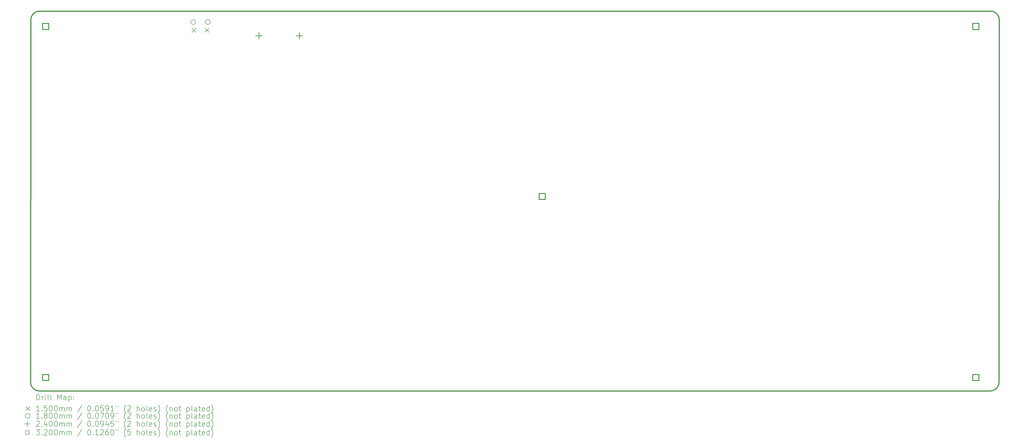
<source format=gbr>
%TF.GenerationSoftware,KiCad,Pcbnew,7.0.1*%
%TF.CreationDate,2024-09-02T16:20:09-05:00*%
%TF.ProjectId,we816mark2,77653831-366d-4617-926b-322e6b696361,.8*%
%TF.SameCoordinates,Original*%
%TF.FileFunction,Drillmap*%
%TF.FilePolarity,Positive*%
%FSLAX45Y45*%
G04 Gerber Fmt 4.5, Leading zero omitted, Abs format (unit mm)*
G04 Created by KiCad (PCBNEW 7.0.1) date 2024-09-02 16:20:09*
%MOMM*%
%LPD*%
G01*
G04 APERTURE LIST*
%ADD10C,0.381000*%
%ADD11C,0.200000*%
%ADD12C,0.150000*%
%ADD13C,0.180000*%
%ADD14C,0.240000*%
%ADD15C,0.320000*%
G04 APERTURE END LIST*
D10*
X38380000Y-21110000D02*
X3020000Y-21110000D01*
X3030000Y-6970000D02*
X5820000Y-6970000D01*
X38710000Y-7290000D02*
G75*
G03*
X38390000Y-6970000I-320000J0D01*
G01*
X38710000Y-7290000D02*
X38700000Y-20790000D01*
X5820000Y-6970000D02*
X38390000Y-6970000D01*
X38380000Y-21110000D02*
G75*
G03*
X38700000Y-20790000I0J320000D01*
G01*
X2700000Y-20790000D02*
X2710000Y-7290000D01*
X3030000Y-6970000D02*
G75*
G03*
X2710000Y-7290000I0J-320000D01*
G01*
X2700000Y-20790000D02*
G75*
G03*
X3020000Y-21110000I320000J0D01*
G01*
D11*
D12*
X8699500Y-7607000D02*
X8849500Y-7757000D01*
X8849500Y-7607000D02*
X8699500Y-7757000D01*
X9184500Y-7607000D02*
X9334500Y-7757000D01*
X9334500Y-7607000D02*
X9184500Y-7757000D01*
D13*
X8834500Y-7379000D02*
G75*
G03*
X8834500Y-7379000I-90000J0D01*
G01*
X9379500Y-7379000D02*
G75*
G03*
X9379500Y-7379000I-90000J0D01*
G01*
D14*
X11188000Y-7762000D02*
X11188000Y-8002000D01*
X11068000Y-7882000D02*
X11308000Y-7882000D01*
X12688000Y-7762000D02*
X12688000Y-8002000D01*
X12568000Y-7882000D02*
X12808000Y-7882000D01*
D15*
X3373138Y-7653138D02*
X3373138Y-7426862D01*
X3146862Y-7426862D01*
X3146862Y-7653138D01*
X3373138Y-7653138D01*
X3373138Y-20723138D02*
X3373138Y-20496862D01*
X3146862Y-20496862D01*
X3146862Y-20723138D01*
X3373138Y-20723138D01*
X21833138Y-13983138D02*
X21833138Y-13756862D01*
X21606862Y-13756862D01*
X21606862Y-13983138D01*
X21833138Y-13983138D01*
X37953138Y-7653138D02*
X37953138Y-7426862D01*
X37726862Y-7426862D01*
X37726862Y-7653138D01*
X37953138Y-7653138D01*
X37953138Y-20723138D02*
X37953138Y-20496862D01*
X37726862Y-20496862D01*
X37726862Y-20723138D01*
X37953138Y-20723138D01*
D11*
X2928569Y-21441574D02*
X2928569Y-21241574D01*
X2928569Y-21241574D02*
X2976188Y-21241574D01*
X2976188Y-21241574D02*
X3004759Y-21251098D01*
X3004759Y-21251098D02*
X3023807Y-21270145D01*
X3023807Y-21270145D02*
X3033331Y-21289193D01*
X3033331Y-21289193D02*
X3042855Y-21327288D01*
X3042855Y-21327288D02*
X3042855Y-21355860D01*
X3042855Y-21355860D02*
X3033331Y-21393955D01*
X3033331Y-21393955D02*
X3023807Y-21413002D01*
X3023807Y-21413002D02*
X3004759Y-21432050D01*
X3004759Y-21432050D02*
X2976188Y-21441574D01*
X2976188Y-21441574D02*
X2928569Y-21441574D01*
X3128569Y-21441574D02*
X3128569Y-21308240D01*
X3128569Y-21346336D02*
X3138093Y-21327288D01*
X3138093Y-21327288D02*
X3147617Y-21317764D01*
X3147617Y-21317764D02*
X3166664Y-21308240D01*
X3166664Y-21308240D02*
X3185712Y-21308240D01*
X3252378Y-21441574D02*
X3252378Y-21308240D01*
X3252378Y-21241574D02*
X3242855Y-21251098D01*
X3242855Y-21251098D02*
X3252378Y-21260621D01*
X3252378Y-21260621D02*
X3261902Y-21251098D01*
X3261902Y-21251098D02*
X3252378Y-21241574D01*
X3252378Y-21241574D02*
X3252378Y-21260621D01*
X3376188Y-21441574D02*
X3357140Y-21432050D01*
X3357140Y-21432050D02*
X3347617Y-21413002D01*
X3347617Y-21413002D02*
X3347617Y-21241574D01*
X3480950Y-21441574D02*
X3461902Y-21432050D01*
X3461902Y-21432050D02*
X3452378Y-21413002D01*
X3452378Y-21413002D02*
X3452378Y-21241574D01*
X3709521Y-21441574D02*
X3709521Y-21241574D01*
X3709521Y-21241574D02*
X3776188Y-21384431D01*
X3776188Y-21384431D02*
X3842855Y-21241574D01*
X3842855Y-21241574D02*
X3842855Y-21441574D01*
X4023807Y-21441574D02*
X4023807Y-21336812D01*
X4023807Y-21336812D02*
X4014283Y-21317764D01*
X4014283Y-21317764D02*
X3995236Y-21308240D01*
X3995236Y-21308240D02*
X3957140Y-21308240D01*
X3957140Y-21308240D02*
X3938093Y-21317764D01*
X4023807Y-21432050D02*
X4004759Y-21441574D01*
X4004759Y-21441574D02*
X3957140Y-21441574D01*
X3957140Y-21441574D02*
X3938093Y-21432050D01*
X3938093Y-21432050D02*
X3928569Y-21413002D01*
X3928569Y-21413002D02*
X3928569Y-21393955D01*
X3928569Y-21393955D02*
X3938093Y-21374907D01*
X3938093Y-21374907D02*
X3957140Y-21365383D01*
X3957140Y-21365383D02*
X4004759Y-21365383D01*
X4004759Y-21365383D02*
X4023807Y-21355860D01*
X4119045Y-21308240D02*
X4119045Y-21508240D01*
X4119045Y-21317764D02*
X4138093Y-21308240D01*
X4138093Y-21308240D02*
X4176188Y-21308240D01*
X4176188Y-21308240D02*
X4195236Y-21317764D01*
X4195236Y-21317764D02*
X4204760Y-21327288D01*
X4204760Y-21327288D02*
X4214283Y-21346336D01*
X4214283Y-21346336D02*
X4214283Y-21403479D01*
X4214283Y-21403479D02*
X4204760Y-21422526D01*
X4204760Y-21422526D02*
X4195236Y-21432050D01*
X4195236Y-21432050D02*
X4176188Y-21441574D01*
X4176188Y-21441574D02*
X4138093Y-21441574D01*
X4138093Y-21441574D02*
X4119045Y-21432050D01*
X4299998Y-21422526D02*
X4309521Y-21432050D01*
X4309521Y-21432050D02*
X4299998Y-21441574D01*
X4299998Y-21441574D02*
X4290474Y-21432050D01*
X4290474Y-21432050D02*
X4299998Y-21422526D01*
X4299998Y-21422526D02*
X4299998Y-21441574D01*
X4299998Y-21317764D02*
X4309521Y-21327288D01*
X4309521Y-21327288D02*
X4299998Y-21336812D01*
X4299998Y-21336812D02*
X4290474Y-21327288D01*
X4290474Y-21327288D02*
X4299998Y-21317764D01*
X4299998Y-21317764D02*
X4299998Y-21336812D01*
D12*
X2530950Y-21694050D02*
X2680950Y-21844050D01*
X2680950Y-21694050D02*
X2530950Y-21844050D01*
D11*
X3033331Y-21861574D02*
X2919045Y-21861574D01*
X2976188Y-21861574D02*
X2976188Y-21661574D01*
X2976188Y-21661574D02*
X2957140Y-21690145D01*
X2957140Y-21690145D02*
X2938093Y-21709193D01*
X2938093Y-21709193D02*
X2919045Y-21718717D01*
X3119045Y-21842526D02*
X3128569Y-21852050D01*
X3128569Y-21852050D02*
X3119045Y-21861574D01*
X3119045Y-21861574D02*
X3109521Y-21852050D01*
X3109521Y-21852050D02*
X3119045Y-21842526D01*
X3119045Y-21842526D02*
X3119045Y-21861574D01*
X3309521Y-21661574D02*
X3214283Y-21661574D01*
X3214283Y-21661574D02*
X3204759Y-21756812D01*
X3204759Y-21756812D02*
X3214283Y-21747288D01*
X3214283Y-21747288D02*
X3233331Y-21737764D01*
X3233331Y-21737764D02*
X3280950Y-21737764D01*
X3280950Y-21737764D02*
X3299998Y-21747288D01*
X3299998Y-21747288D02*
X3309521Y-21756812D01*
X3309521Y-21756812D02*
X3319045Y-21775860D01*
X3319045Y-21775860D02*
X3319045Y-21823479D01*
X3319045Y-21823479D02*
X3309521Y-21842526D01*
X3309521Y-21842526D02*
X3299998Y-21852050D01*
X3299998Y-21852050D02*
X3280950Y-21861574D01*
X3280950Y-21861574D02*
X3233331Y-21861574D01*
X3233331Y-21861574D02*
X3214283Y-21852050D01*
X3214283Y-21852050D02*
X3204759Y-21842526D01*
X3442855Y-21661574D02*
X3461902Y-21661574D01*
X3461902Y-21661574D02*
X3480950Y-21671098D01*
X3480950Y-21671098D02*
X3490474Y-21680621D01*
X3490474Y-21680621D02*
X3499998Y-21699669D01*
X3499998Y-21699669D02*
X3509521Y-21737764D01*
X3509521Y-21737764D02*
X3509521Y-21785383D01*
X3509521Y-21785383D02*
X3499998Y-21823479D01*
X3499998Y-21823479D02*
X3490474Y-21842526D01*
X3490474Y-21842526D02*
X3480950Y-21852050D01*
X3480950Y-21852050D02*
X3461902Y-21861574D01*
X3461902Y-21861574D02*
X3442855Y-21861574D01*
X3442855Y-21861574D02*
X3423807Y-21852050D01*
X3423807Y-21852050D02*
X3414283Y-21842526D01*
X3414283Y-21842526D02*
X3404759Y-21823479D01*
X3404759Y-21823479D02*
X3395236Y-21785383D01*
X3395236Y-21785383D02*
X3395236Y-21737764D01*
X3395236Y-21737764D02*
X3404759Y-21699669D01*
X3404759Y-21699669D02*
X3414283Y-21680621D01*
X3414283Y-21680621D02*
X3423807Y-21671098D01*
X3423807Y-21671098D02*
X3442855Y-21661574D01*
X3633331Y-21661574D02*
X3652379Y-21661574D01*
X3652379Y-21661574D02*
X3671426Y-21671098D01*
X3671426Y-21671098D02*
X3680950Y-21680621D01*
X3680950Y-21680621D02*
X3690474Y-21699669D01*
X3690474Y-21699669D02*
X3699998Y-21737764D01*
X3699998Y-21737764D02*
X3699998Y-21785383D01*
X3699998Y-21785383D02*
X3690474Y-21823479D01*
X3690474Y-21823479D02*
X3680950Y-21842526D01*
X3680950Y-21842526D02*
X3671426Y-21852050D01*
X3671426Y-21852050D02*
X3652379Y-21861574D01*
X3652379Y-21861574D02*
X3633331Y-21861574D01*
X3633331Y-21861574D02*
X3614283Y-21852050D01*
X3614283Y-21852050D02*
X3604759Y-21842526D01*
X3604759Y-21842526D02*
X3595236Y-21823479D01*
X3595236Y-21823479D02*
X3585712Y-21785383D01*
X3585712Y-21785383D02*
X3585712Y-21737764D01*
X3585712Y-21737764D02*
X3595236Y-21699669D01*
X3595236Y-21699669D02*
X3604759Y-21680621D01*
X3604759Y-21680621D02*
X3614283Y-21671098D01*
X3614283Y-21671098D02*
X3633331Y-21661574D01*
X3785712Y-21861574D02*
X3785712Y-21728240D01*
X3785712Y-21747288D02*
X3795236Y-21737764D01*
X3795236Y-21737764D02*
X3814283Y-21728240D01*
X3814283Y-21728240D02*
X3842855Y-21728240D01*
X3842855Y-21728240D02*
X3861902Y-21737764D01*
X3861902Y-21737764D02*
X3871426Y-21756812D01*
X3871426Y-21756812D02*
X3871426Y-21861574D01*
X3871426Y-21756812D02*
X3880950Y-21737764D01*
X3880950Y-21737764D02*
X3899998Y-21728240D01*
X3899998Y-21728240D02*
X3928569Y-21728240D01*
X3928569Y-21728240D02*
X3947617Y-21737764D01*
X3947617Y-21737764D02*
X3957140Y-21756812D01*
X3957140Y-21756812D02*
X3957140Y-21861574D01*
X4052379Y-21861574D02*
X4052379Y-21728240D01*
X4052379Y-21747288D02*
X4061902Y-21737764D01*
X4061902Y-21737764D02*
X4080950Y-21728240D01*
X4080950Y-21728240D02*
X4109521Y-21728240D01*
X4109521Y-21728240D02*
X4128569Y-21737764D01*
X4128569Y-21737764D02*
X4138093Y-21756812D01*
X4138093Y-21756812D02*
X4138093Y-21861574D01*
X4138093Y-21756812D02*
X4147617Y-21737764D01*
X4147617Y-21737764D02*
X4166664Y-21728240D01*
X4166664Y-21728240D02*
X4195236Y-21728240D01*
X4195236Y-21728240D02*
X4214283Y-21737764D01*
X4214283Y-21737764D02*
X4223807Y-21756812D01*
X4223807Y-21756812D02*
X4223807Y-21861574D01*
X4614283Y-21652050D02*
X4442855Y-21909193D01*
X4871426Y-21661574D02*
X4890474Y-21661574D01*
X4890474Y-21661574D02*
X4909522Y-21671098D01*
X4909522Y-21671098D02*
X4919045Y-21680621D01*
X4919045Y-21680621D02*
X4928569Y-21699669D01*
X4928569Y-21699669D02*
X4938093Y-21737764D01*
X4938093Y-21737764D02*
X4938093Y-21785383D01*
X4938093Y-21785383D02*
X4928569Y-21823479D01*
X4928569Y-21823479D02*
X4919045Y-21842526D01*
X4919045Y-21842526D02*
X4909522Y-21852050D01*
X4909522Y-21852050D02*
X4890474Y-21861574D01*
X4890474Y-21861574D02*
X4871426Y-21861574D01*
X4871426Y-21861574D02*
X4852379Y-21852050D01*
X4852379Y-21852050D02*
X4842855Y-21842526D01*
X4842855Y-21842526D02*
X4833331Y-21823479D01*
X4833331Y-21823479D02*
X4823807Y-21785383D01*
X4823807Y-21785383D02*
X4823807Y-21737764D01*
X4823807Y-21737764D02*
X4833331Y-21699669D01*
X4833331Y-21699669D02*
X4842855Y-21680621D01*
X4842855Y-21680621D02*
X4852379Y-21671098D01*
X4852379Y-21671098D02*
X4871426Y-21661574D01*
X5023807Y-21842526D02*
X5033331Y-21852050D01*
X5033331Y-21852050D02*
X5023807Y-21861574D01*
X5023807Y-21861574D02*
X5014284Y-21852050D01*
X5014284Y-21852050D02*
X5023807Y-21842526D01*
X5023807Y-21842526D02*
X5023807Y-21861574D01*
X5157141Y-21661574D02*
X5176188Y-21661574D01*
X5176188Y-21661574D02*
X5195236Y-21671098D01*
X5195236Y-21671098D02*
X5204760Y-21680621D01*
X5204760Y-21680621D02*
X5214284Y-21699669D01*
X5214284Y-21699669D02*
X5223807Y-21737764D01*
X5223807Y-21737764D02*
X5223807Y-21785383D01*
X5223807Y-21785383D02*
X5214284Y-21823479D01*
X5214284Y-21823479D02*
X5204760Y-21842526D01*
X5204760Y-21842526D02*
X5195236Y-21852050D01*
X5195236Y-21852050D02*
X5176188Y-21861574D01*
X5176188Y-21861574D02*
X5157141Y-21861574D01*
X5157141Y-21861574D02*
X5138093Y-21852050D01*
X5138093Y-21852050D02*
X5128569Y-21842526D01*
X5128569Y-21842526D02*
X5119045Y-21823479D01*
X5119045Y-21823479D02*
X5109522Y-21785383D01*
X5109522Y-21785383D02*
X5109522Y-21737764D01*
X5109522Y-21737764D02*
X5119045Y-21699669D01*
X5119045Y-21699669D02*
X5128569Y-21680621D01*
X5128569Y-21680621D02*
X5138093Y-21671098D01*
X5138093Y-21671098D02*
X5157141Y-21661574D01*
X5404760Y-21661574D02*
X5309522Y-21661574D01*
X5309522Y-21661574D02*
X5299998Y-21756812D01*
X5299998Y-21756812D02*
X5309522Y-21747288D01*
X5309522Y-21747288D02*
X5328569Y-21737764D01*
X5328569Y-21737764D02*
X5376188Y-21737764D01*
X5376188Y-21737764D02*
X5395236Y-21747288D01*
X5395236Y-21747288D02*
X5404760Y-21756812D01*
X5404760Y-21756812D02*
X5414284Y-21775860D01*
X5414284Y-21775860D02*
X5414284Y-21823479D01*
X5414284Y-21823479D02*
X5404760Y-21842526D01*
X5404760Y-21842526D02*
X5395236Y-21852050D01*
X5395236Y-21852050D02*
X5376188Y-21861574D01*
X5376188Y-21861574D02*
X5328569Y-21861574D01*
X5328569Y-21861574D02*
X5309522Y-21852050D01*
X5309522Y-21852050D02*
X5299998Y-21842526D01*
X5509522Y-21861574D02*
X5547617Y-21861574D01*
X5547617Y-21861574D02*
X5566665Y-21852050D01*
X5566665Y-21852050D02*
X5576188Y-21842526D01*
X5576188Y-21842526D02*
X5595236Y-21813955D01*
X5595236Y-21813955D02*
X5604760Y-21775860D01*
X5604760Y-21775860D02*
X5604760Y-21699669D01*
X5604760Y-21699669D02*
X5595236Y-21680621D01*
X5595236Y-21680621D02*
X5585712Y-21671098D01*
X5585712Y-21671098D02*
X5566665Y-21661574D01*
X5566665Y-21661574D02*
X5528569Y-21661574D01*
X5528569Y-21661574D02*
X5509522Y-21671098D01*
X5509522Y-21671098D02*
X5499998Y-21680621D01*
X5499998Y-21680621D02*
X5490474Y-21699669D01*
X5490474Y-21699669D02*
X5490474Y-21747288D01*
X5490474Y-21747288D02*
X5499998Y-21766336D01*
X5499998Y-21766336D02*
X5509522Y-21775860D01*
X5509522Y-21775860D02*
X5528569Y-21785383D01*
X5528569Y-21785383D02*
X5566665Y-21785383D01*
X5566665Y-21785383D02*
X5585712Y-21775860D01*
X5585712Y-21775860D02*
X5595236Y-21766336D01*
X5595236Y-21766336D02*
X5604760Y-21747288D01*
X5795236Y-21861574D02*
X5680950Y-21861574D01*
X5738093Y-21861574D02*
X5738093Y-21661574D01*
X5738093Y-21661574D02*
X5719045Y-21690145D01*
X5719045Y-21690145D02*
X5699998Y-21709193D01*
X5699998Y-21709193D02*
X5680950Y-21718717D01*
X5871426Y-21661574D02*
X5871426Y-21699669D01*
X5947617Y-21661574D02*
X5947617Y-21699669D01*
X6242855Y-21937764D02*
X6233331Y-21928240D01*
X6233331Y-21928240D02*
X6214284Y-21899669D01*
X6214284Y-21899669D02*
X6204760Y-21880621D01*
X6204760Y-21880621D02*
X6195236Y-21852050D01*
X6195236Y-21852050D02*
X6185712Y-21804431D01*
X6185712Y-21804431D02*
X6185712Y-21766336D01*
X6185712Y-21766336D02*
X6195236Y-21718717D01*
X6195236Y-21718717D02*
X6204760Y-21690145D01*
X6204760Y-21690145D02*
X6214284Y-21671098D01*
X6214284Y-21671098D02*
X6233331Y-21642526D01*
X6233331Y-21642526D02*
X6242855Y-21633002D01*
X6309522Y-21680621D02*
X6319045Y-21671098D01*
X6319045Y-21671098D02*
X6338093Y-21661574D01*
X6338093Y-21661574D02*
X6385712Y-21661574D01*
X6385712Y-21661574D02*
X6404760Y-21671098D01*
X6404760Y-21671098D02*
X6414284Y-21680621D01*
X6414284Y-21680621D02*
X6423807Y-21699669D01*
X6423807Y-21699669D02*
X6423807Y-21718717D01*
X6423807Y-21718717D02*
X6414284Y-21747288D01*
X6414284Y-21747288D02*
X6299998Y-21861574D01*
X6299998Y-21861574D02*
X6423807Y-21861574D01*
X6661903Y-21861574D02*
X6661903Y-21661574D01*
X6747617Y-21861574D02*
X6747617Y-21756812D01*
X6747617Y-21756812D02*
X6738093Y-21737764D01*
X6738093Y-21737764D02*
X6719046Y-21728240D01*
X6719046Y-21728240D02*
X6690474Y-21728240D01*
X6690474Y-21728240D02*
X6671426Y-21737764D01*
X6671426Y-21737764D02*
X6661903Y-21747288D01*
X6871426Y-21861574D02*
X6852379Y-21852050D01*
X6852379Y-21852050D02*
X6842855Y-21842526D01*
X6842855Y-21842526D02*
X6833331Y-21823479D01*
X6833331Y-21823479D02*
X6833331Y-21766336D01*
X6833331Y-21766336D02*
X6842855Y-21747288D01*
X6842855Y-21747288D02*
X6852379Y-21737764D01*
X6852379Y-21737764D02*
X6871426Y-21728240D01*
X6871426Y-21728240D02*
X6899998Y-21728240D01*
X6899998Y-21728240D02*
X6919046Y-21737764D01*
X6919046Y-21737764D02*
X6928569Y-21747288D01*
X6928569Y-21747288D02*
X6938093Y-21766336D01*
X6938093Y-21766336D02*
X6938093Y-21823479D01*
X6938093Y-21823479D02*
X6928569Y-21842526D01*
X6928569Y-21842526D02*
X6919046Y-21852050D01*
X6919046Y-21852050D02*
X6899998Y-21861574D01*
X6899998Y-21861574D02*
X6871426Y-21861574D01*
X7052379Y-21861574D02*
X7033331Y-21852050D01*
X7033331Y-21852050D02*
X7023807Y-21833002D01*
X7023807Y-21833002D02*
X7023807Y-21661574D01*
X7204760Y-21852050D02*
X7185712Y-21861574D01*
X7185712Y-21861574D02*
X7147617Y-21861574D01*
X7147617Y-21861574D02*
X7128569Y-21852050D01*
X7128569Y-21852050D02*
X7119046Y-21833002D01*
X7119046Y-21833002D02*
X7119046Y-21756812D01*
X7119046Y-21756812D02*
X7128569Y-21737764D01*
X7128569Y-21737764D02*
X7147617Y-21728240D01*
X7147617Y-21728240D02*
X7185712Y-21728240D01*
X7185712Y-21728240D02*
X7204760Y-21737764D01*
X7204760Y-21737764D02*
X7214284Y-21756812D01*
X7214284Y-21756812D02*
X7214284Y-21775860D01*
X7214284Y-21775860D02*
X7119046Y-21794907D01*
X7290474Y-21852050D02*
X7309522Y-21861574D01*
X7309522Y-21861574D02*
X7347617Y-21861574D01*
X7347617Y-21861574D02*
X7366665Y-21852050D01*
X7366665Y-21852050D02*
X7376188Y-21833002D01*
X7376188Y-21833002D02*
X7376188Y-21823479D01*
X7376188Y-21823479D02*
X7366665Y-21804431D01*
X7366665Y-21804431D02*
X7347617Y-21794907D01*
X7347617Y-21794907D02*
X7319046Y-21794907D01*
X7319046Y-21794907D02*
X7299998Y-21785383D01*
X7299998Y-21785383D02*
X7290474Y-21766336D01*
X7290474Y-21766336D02*
X7290474Y-21756812D01*
X7290474Y-21756812D02*
X7299998Y-21737764D01*
X7299998Y-21737764D02*
X7319046Y-21728240D01*
X7319046Y-21728240D02*
X7347617Y-21728240D01*
X7347617Y-21728240D02*
X7366665Y-21737764D01*
X7442855Y-21937764D02*
X7452379Y-21928240D01*
X7452379Y-21928240D02*
X7471427Y-21899669D01*
X7471427Y-21899669D02*
X7480950Y-21880621D01*
X7480950Y-21880621D02*
X7490474Y-21852050D01*
X7490474Y-21852050D02*
X7499998Y-21804431D01*
X7499998Y-21804431D02*
X7499998Y-21766336D01*
X7499998Y-21766336D02*
X7490474Y-21718717D01*
X7490474Y-21718717D02*
X7480950Y-21690145D01*
X7480950Y-21690145D02*
X7471427Y-21671098D01*
X7471427Y-21671098D02*
X7452379Y-21642526D01*
X7452379Y-21642526D02*
X7442855Y-21633002D01*
X7804760Y-21937764D02*
X7795236Y-21928240D01*
X7795236Y-21928240D02*
X7776188Y-21899669D01*
X7776188Y-21899669D02*
X7766665Y-21880621D01*
X7766665Y-21880621D02*
X7757141Y-21852050D01*
X7757141Y-21852050D02*
X7747617Y-21804431D01*
X7747617Y-21804431D02*
X7747617Y-21766336D01*
X7747617Y-21766336D02*
X7757141Y-21718717D01*
X7757141Y-21718717D02*
X7766665Y-21690145D01*
X7766665Y-21690145D02*
X7776188Y-21671098D01*
X7776188Y-21671098D02*
X7795236Y-21642526D01*
X7795236Y-21642526D02*
X7804760Y-21633002D01*
X7880950Y-21728240D02*
X7880950Y-21861574D01*
X7880950Y-21747288D02*
X7890474Y-21737764D01*
X7890474Y-21737764D02*
X7909522Y-21728240D01*
X7909522Y-21728240D02*
X7938093Y-21728240D01*
X7938093Y-21728240D02*
X7957141Y-21737764D01*
X7957141Y-21737764D02*
X7966665Y-21756812D01*
X7966665Y-21756812D02*
X7966665Y-21861574D01*
X8090474Y-21861574D02*
X8071427Y-21852050D01*
X8071427Y-21852050D02*
X8061903Y-21842526D01*
X8061903Y-21842526D02*
X8052379Y-21823479D01*
X8052379Y-21823479D02*
X8052379Y-21766336D01*
X8052379Y-21766336D02*
X8061903Y-21747288D01*
X8061903Y-21747288D02*
X8071427Y-21737764D01*
X8071427Y-21737764D02*
X8090474Y-21728240D01*
X8090474Y-21728240D02*
X8119046Y-21728240D01*
X8119046Y-21728240D02*
X8138093Y-21737764D01*
X8138093Y-21737764D02*
X8147617Y-21747288D01*
X8147617Y-21747288D02*
X8157141Y-21766336D01*
X8157141Y-21766336D02*
X8157141Y-21823479D01*
X8157141Y-21823479D02*
X8147617Y-21842526D01*
X8147617Y-21842526D02*
X8138093Y-21852050D01*
X8138093Y-21852050D02*
X8119046Y-21861574D01*
X8119046Y-21861574D02*
X8090474Y-21861574D01*
X8214284Y-21728240D02*
X8290474Y-21728240D01*
X8242855Y-21661574D02*
X8242855Y-21833002D01*
X8242855Y-21833002D02*
X8252379Y-21852050D01*
X8252379Y-21852050D02*
X8271427Y-21861574D01*
X8271427Y-21861574D02*
X8290474Y-21861574D01*
X8509522Y-21728240D02*
X8509522Y-21928240D01*
X8509522Y-21737764D02*
X8528570Y-21728240D01*
X8528570Y-21728240D02*
X8566665Y-21728240D01*
X8566665Y-21728240D02*
X8585712Y-21737764D01*
X8585712Y-21737764D02*
X8595236Y-21747288D01*
X8595236Y-21747288D02*
X8604760Y-21766336D01*
X8604760Y-21766336D02*
X8604760Y-21823479D01*
X8604760Y-21823479D02*
X8595236Y-21842526D01*
X8595236Y-21842526D02*
X8585712Y-21852050D01*
X8585712Y-21852050D02*
X8566665Y-21861574D01*
X8566665Y-21861574D02*
X8528570Y-21861574D01*
X8528570Y-21861574D02*
X8509522Y-21852050D01*
X8719046Y-21861574D02*
X8699998Y-21852050D01*
X8699998Y-21852050D02*
X8690474Y-21833002D01*
X8690474Y-21833002D02*
X8690474Y-21661574D01*
X8880951Y-21861574D02*
X8880951Y-21756812D01*
X8880951Y-21756812D02*
X8871427Y-21737764D01*
X8871427Y-21737764D02*
X8852379Y-21728240D01*
X8852379Y-21728240D02*
X8814284Y-21728240D01*
X8814284Y-21728240D02*
X8795236Y-21737764D01*
X8880951Y-21852050D02*
X8861903Y-21861574D01*
X8861903Y-21861574D02*
X8814284Y-21861574D01*
X8814284Y-21861574D02*
X8795236Y-21852050D01*
X8795236Y-21852050D02*
X8785712Y-21833002D01*
X8785712Y-21833002D02*
X8785712Y-21813955D01*
X8785712Y-21813955D02*
X8795236Y-21794907D01*
X8795236Y-21794907D02*
X8814284Y-21785383D01*
X8814284Y-21785383D02*
X8861903Y-21785383D01*
X8861903Y-21785383D02*
X8880951Y-21775860D01*
X8947617Y-21728240D02*
X9023808Y-21728240D01*
X8976189Y-21661574D02*
X8976189Y-21833002D01*
X8976189Y-21833002D02*
X8985712Y-21852050D01*
X8985712Y-21852050D02*
X9004760Y-21861574D01*
X9004760Y-21861574D02*
X9023808Y-21861574D01*
X9166665Y-21852050D02*
X9147617Y-21861574D01*
X9147617Y-21861574D02*
X9109522Y-21861574D01*
X9109522Y-21861574D02*
X9090474Y-21852050D01*
X9090474Y-21852050D02*
X9080951Y-21833002D01*
X9080951Y-21833002D02*
X9080951Y-21756812D01*
X9080951Y-21756812D02*
X9090474Y-21737764D01*
X9090474Y-21737764D02*
X9109522Y-21728240D01*
X9109522Y-21728240D02*
X9147617Y-21728240D01*
X9147617Y-21728240D02*
X9166665Y-21737764D01*
X9166665Y-21737764D02*
X9176189Y-21756812D01*
X9176189Y-21756812D02*
X9176189Y-21775860D01*
X9176189Y-21775860D02*
X9080951Y-21794907D01*
X9347617Y-21861574D02*
X9347617Y-21661574D01*
X9347617Y-21852050D02*
X9328570Y-21861574D01*
X9328570Y-21861574D02*
X9290474Y-21861574D01*
X9290474Y-21861574D02*
X9271427Y-21852050D01*
X9271427Y-21852050D02*
X9261903Y-21842526D01*
X9261903Y-21842526D02*
X9252379Y-21823479D01*
X9252379Y-21823479D02*
X9252379Y-21766336D01*
X9252379Y-21766336D02*
X9261903Y-21747288D01*
X9261903Y-21747288D02*
X9271427Y-21737764D01*
X9271427Y-21737764D02*
X9290474Y-21728240D01*
X9290474Y-21728240D02*
X9328570Y-21728240D01*
X9328570Y-21728240D02*
X9347617Y-21737764D01*
X9423808Y-21937764D02*
X9433332Y-21928240D01*
X9433332Y-21928240D02*
X9452379Y-21899669D01*
X9452379Y-21899669D02*
X9461903Y-21880621D01*
X9461903Y-21880621D02*
X9471427Y-21852050D01*
X9471427Y-21852050D02*
X9480951Y-21804431D01*
X9480951Y-21804431D02*
X9480951Y-21766336D01*
X9480951Y-21766336D02*
X9471427Y-21718717D01*
X9471427Y-21718717D02*
X9461903Y-21690145D01*
X9461903Y-21690145D02*
X9452379Y-21671098D01*
X9452379Y-21671098D02*
X9433332Y-21642526D01*
X9433332Y-21642526D02*
X9423808Y-21633002D01*
D13*
X2680950Y-22039050D02*
G75*
G03*
X2680950Y-22039050I-90000J0D01*
G01*
D11*
X3033331Y-22131574D02*
X2919045Y-22131574D01*
X2976188Y-22131574D02*
X2976188Y-21931574D01*
X2976188Y-21931574D02*
X2957140Y-21960145D01*
X2957140Y-21960145D02*
X2938093Y-21979193D01*
X2938093Y-21979193D02*
X2919045Y-21988717D01*
X3119045Y-22112526D02*
X3128569Y-22122050D01*
X3128569Y-22122050D02*
X3119045Y-22131574D01*
X3119045Y-22131574D02*
X3109521Y-22122050D01*
X3109521Y-22122050D02*
X3119045Y-22112526D01*
X3119045Y-22112526D02*
X3119045Y-22131574D01*
X3242855Y-22017288D02*
X3223807Y-22007764D01*
X3223807Y-22007764D02*
X3214283Y-21998240D01*
X3214283Y-21998240D02*
X3204759Y-21979193D01*
X3204759Y-21979193D02*
X3204759Y-21969669D01*
X3204759Y-21969669D02*
X3214283Y-21950621D01*
X3214283Y-21950621D02*
X3223807Y-21941098D01*
X3223807Y-21941098D02*
X3242855Y-21931574D01*
X3242855Y-21931574D02*
X3280950Y-21931574D01*
X3280950Y-21931574D02*
X3299998Y-21941098D01*
X3299998Y-21941098D02*
X3309521Y-21950621D01*
X3309521Y-21950621D02*
X3319045Y-21969669D01*
X3319045Y-21969669D02*
X3319045Y-21979193D01*
X3319045Y-21979193D02*
X3309521Y-21998240D01*
X3309521Y-21998240D02*
X3299998Y-22007764D01*
X3299998Y-22007764D02*
X3280950Y-22017288D01*
X3280950Y-22017288D02*
X3242855Y-22017288D01*
X3242855Y-22017288D02*
X3223807Y-22026812D01*
X3223807Y-22026812D02*
X3214283Y-22036336D01*
X3214283Y-22036336D02*
X3204759Y-22055383D01*
X3204759Y-22055383D02*
X3204759Y-22093479D01*
X3204759Y-22093479D02*
X3214283Y-22112526D01*
X3214283Y-22112526D02*
X3223807Y-22122050D01*
X3223807Y-22122050D02*
X3242855Y-22131574D01*
X3242855Y-22131574D02*
X3280950Y-22131574D01*
X3280950Y-22131574D02*
X3299998Y-22122050D01*
X3299998Y-22122050D02*
X3309521Y-22112526D01*
X3309521Y-22112526D02*
X3319045Y-22093479D01*
X3319045Y-22093479D02*
X3319045Y-22055383D01*
X3319045Y-22055383D02*
X3309521Y-22036336D01*
X3309521Y-22036336D02*
X3299998Y-22026812D01*
X3299998Y-22026812D02*
X3280950Y-22017288D01*
X3442855Y-21931574D02*
X3461902Y-21931574D01*
X3461902Y-21931574D02*
X3480950Y-21941098D01*
X3480950Y-21941098D02*
X3490474Y-21950621D01*
X3490474Y-21950621D02*
X3499998Y-21969669D01*
X3499998Y-21969669D02*
X3509521Y-22007764D01*
X3509521Y-22007764D02*
X3509521Y-22055383D01*
X3509521Y-22055383D02*
X3499998Y-22093479D01*
X3499998Y-22093479D02*
X3490474Y-22112526D01*
X3490474Y-22112526D02*
X3480950Y-22122050D01*
X3480950Y-22122050D02*
X3461902Y-22131574D01*
X3461902Y-22131574D02*
X3442855Y-22131574D01*
X3442855Y-22131574D02*
X3423807Y-22122050D01*
X3423807Y-22122050D02*
X3414283Y-22112526D01*
X3414283Y-22112526D02*
X3404759Y-22093479D01*
X3404759Y-22093479D02*
X3395236Y-22055383D01*
X3395236Y-22055383D02*
X3395236Y-22007764D01*
X3395236Y-22007764D02*
X3404759Y-21969669D01*
X3404759Y-21969669D02*
X3414283Y-21950621D01*
X3414283Y-21950621D02*
X3423807Y-21941098D01*
X3423807Y-21941098D02*
X3442855Y-21931574D01*
X3633331Y-21931574D02*
X3652379Y-21931574D01*
X3652379Y-21931574D02*
X3671426Y-21941098D01*
X3671426Y-21941098D02*
X3680950Y-21950621D01*
X3680950Y-21950621D02*
X3690474Y-21969669D01*
X3690474Y-21969669D02*
X3699998Y-22007764D01*
X3699998Y-22007764D02*
X3699998Y-22055383D01*
X3699998Y-22055383D02*
X3690474Y-22093479D01*
X3690474Y-22093479D02*
X3680950Y-22112526D01*
X3680950Y-22112526D02*
X3671426Y-22122050D01*
X3671426Y-22122050D02*
X3652379Y-22131574D01*
X3652379Y-22131574D02*
X3633331Y-22131574D01*
X3633331Y-22131574D02*
X3614283Y-22122050D01*
X3614283Y-22122050D02*
X3604759Y-22112526D01*
X3604759Y-22112526D02*
X3595236Y-22093479D01*
X3595236Y-22093479D02*
X3585712Y-22055383D01*
X3585712Y-22055383D02*
X3585712Y-22007764D01*
X3585712Y-22007764D02*
X3595236Y-21969669D01*
X3595236Y-21969669D02*
X3604759Y-21950621D01*
X3604759Y-21950621D02*
X3614283Y-21941098D01*
X3614283Y-21941098D02*
X3633331Y-21931574D01*
X3785712Y-22131574D02*
X3785712Y-21998240D01*
X3785712Y-22017288D02*
X3795236Y-22007764D01*
X3795236Y-22007764D02*
X3814283Y-21998240D01*
X3814283Y-21998240D02*
X3842855Y-21998240D01*
X3842855Y-21998240D02*
X3861902Y-22007764D01*
X3861902Y-22007764D02*
X3871426Y-22026812D01*
X3871426Y-22026812D02*
X3871426Y-22131574D01*
X3871426Y-22026812D02*
X3880950Y-22007764D01*
X3880950Y-22007764D02*
X3899998Y-21998240D01*
X3899998Y-21998240D02*
X3928569Y-21998240D01*
X3928569Y-21998240D02*
X3947617Y-22007764D01*
X3947617Y-22007764D02*
X3957140Y-22026812D01*
X3957140Y-22026812D02*
X3957140Y-22131574D01*
X4052379Y-22131574D02*
X4052379Y-21998240D01*
X4052379Y-22017288D02*
X4061902Y-22007764D01*
X4061902Y-22007764D02*
X4080950Y-21998240D01*
X4080950Y-21998240D02*
X4109521Y-21998240D01*
X4109521Y-21998240D02*
X4128569Y-22007764D01*
X4128569Y-22007764D02*
X4138093Y-22026812D01*
X4138093Y-22026812D02*
X4138093Y-22131574D01*
X4138093Y-22026812D02*
X4147617Y-22007764D01*
X4147617Y-22007764D02*
X4166664Y-21998240D01*
X4166664Y-21998240D02*
X4195236Y-21998240D01*
X4195236Y-21998240D02*
X4214283Y-22007764D01*
X4214283Y-22007764D02*
X4223807Y-22026812D01*
X4223807Y-22026812D02*
X4223807Y-22131574D01*
X4614283Y-21922050D02*
X4442855Y-22179193D01*
X4871426Y-21931574D02*
X4890474Y-21931574D01*
X4890474Y-21931574D02*
X4909522Y-21941098D01*
X4909522Y-21941098D02*
X4919045Y-21950621D01*
X4919045Y-21950621D02*
X4928569Y-21969669D01*
X4928569Y-21969669D02*
X4938093Y-22007764D01*
X4938093Y-22007764D02*
X4938093Y-22055383D01*
X4938093Y-22055383D02*
X4928569Y-22093479D01*
X4928569Y-22093479D02*
X4919045Y-22112526D01*
X4919045Y-22112526D02*
X4909522Y-22122050D01*
X4909522Y-22122050D02*
X4890474Y-22131574D01*
X4890474Y-22131574D02*
X4871426Y-22131574D01*
X4871426Y-22131574D02*
X4852379Y-22122050D01*
X4852379Y-22122050D02*
X4842855Y-22112526D01*
X4842855Y-22112526D02*
X4833331Y-22093479D01*
X4833331Y-22093479D02*
X4823807Y-22055383D01*
X4823807Y-22055383D02*
X4823807Y-22007764D01*
X4823807Y-22007764D02*
X4833331Y-21969669D01*
X4833331Y-21969669D02*
X4842855Y-21950621D01*
X4842855Y-21950621D02*
X4852379Y-21941098D01*
X4852379Y-21941098D02*
X4871426Y-21931574D01*
X5023807Y-22112526D02*
X5033331Y-22122050D01*
X5033331Y-22122050D02*
X5023807Y-22131574D01*
X5023807Y-22131574D02*
X5014284Y-22122050D01*
X5014284Y-22122050D02*
X5023807Y-22112526D01*
X5023807Y-22112526D02*
X5023807Y-22131574D01*
X5157141Y-21931574D02*
X5176188Y-21931574D01*
X5176188Y-21931574D02*
X5195236Y-21941098D01*
X5195236Y-21941098D02*
X5204760Y-21950621D01*
X5204760Y-21950621D02*
X5214284Y-21969669D01*
X5214284Y-21969669D02*
X5223807Y-22007764D01*
X5223807Y-22007764D02*
X5223807Y-22055383D01*
X5223807Y-22055383D02*
X5214284Y-22093479D01*
X5214284Y-22093479D02*
X5204760Y-22112526D01*
X5204760Y-22112526D02*
X5195236Y-22122050D01*
X5195236Y-22122050D02*
X5176188Y-22131574D01*
X5176188Y-22131574D02*
X5157141Y-22131574D01*
X5157141Y-22131574D02*
X5138093Y-22122050D01*
X5138093Y-22122050D02*
X5128569Y-22112526D01*
X5128569Y-22112526D02*
X5119045Y-22093479D01*
X5119045Y-22093479D02*
X5109522Y-22055383D01*
X5109522Y-22055383D02*
X5109522Y-22007764D01*
X5109522Y-22007764D02*
X5119045Y-21969669D01*
X5119045Y-21969669D02*
X5128569Y-21950621D01*
X5128569Y-21950621D02*
X5138093Y-21941098D01*
X5138093Y-21941098D02*
X5157141Y-21931574D01*
X5290474Y-21931574D02*
X5423807Y-21931574D01*
X5423807Y-21931574D02*
X5338093Y-22131574D01*
X5538093Y-21931574D02*
X5557141Y-21931574D01*
X5557141Y-21931574D02*
X5576188Y-21941098D01*
X5576188Y-21941098D02*
X5585712Y-21950621D01*
X5585712Y-21950621D02*
X5595236Y-21969669D01*
X5595236Y-21969669D02*
X5604760Y-22007764D01*
X5604760Y-22007764D02*
X5604760Y-22055383D01*
X5604760Y-22055383D02*
X5595236Y-22093479D01*
X5595236Y-22093479D02*
X5585712Y-22112526D01*
X5585712Y-22112526D02*
X5576188Y-22122050D01*
X5576188Y-22122050D02*
X5557141Y-22131574D01*
X5557141Y-22131574D02*
X5538093Y-22131574D01*
X5538093Y-22131574D02*
X5519045Y-22122050D01*
X5519045Y-22122050D02*
X5509522Y-22112526D01*
X5509522Y-22112526D02*
X5499998Y-22093479D01*
X5499998Y-22093479D02*
X5490474Y-22055383D01*
X5490474Y-22055383D02*
X5490474Y-22007764D01*
X5490474Y-22007764D02*
X5499998Y-21969669D01*
X5499998Y-21969669D02*
X5509522Y-21950621D01*
X5509522Y-21950621D02*
X5519045Y-21941098D01*
X5519045Y-21941098D02*
X5538093Y-21931574D01*
X5699998Y-22131574D02*
X5738093Y-22131574D01*
X5738093Y-22131574D02*
X5757141Y-22122050D01*
X5757141Y-22122050D02*
X5766664Y-22112526D01*
X5766664Y-22112526D02*
X5785712Y-22083955D01*
X5785712Y-22083955D02*
X5795236Y-22045860D01*
X5795236Y-22045860D02*
X5795236Y-21969669D01*
X5795236Y-21969669D02*
X5785712Y-21950621D01*
X5785712Y-21950621D02*
X5776188Y-21941098D01*
X5776188Y-21941098D02*
X5757141Y-21931574D01*
X5757141Y-21931574D02*
X5719045Y-21931574D01*
X5719045Y-21931574D02*
X5699998Y-21941098D01*
X5699998Y-21941098D02*
X5690474Y-21950621D01*
X5690474Y-21950621D02*
X5680950Y-21969669D01*
X5680950Y-21969669D02*
X5680950Y-22017288D01*
X5680950Y-22017288D02*
X5690474Y-22036336D01*
X5690474Y-22036336D02*
X5699998Y-22045860D01*
X5699998Y-22045860D02*
X5719045Y-22055383D01*
X5719045Y-22055383D02*
X5757141Y-22055383D01*
X5757141Y-22055383D02*
X5776188Y-22045860D01*
X5776188Y-22045860D02*
X5785712Y-22036336D01*
X5785712Y-22036336D02*
X5795236Y-22017288D01*
X5871426Y-21931574D02*
X5871426Y-21969669D01*
X5947617Y-21931574D02*
X5947617Y-21969669D01*
X6242855Y-22207764D02*
X6233331Y-22198240D01*
X6233331Y-22198240D02*
X6214284Y-22169669D01*
X6214284Y-22169669D02*
X6204760Y-22150621D01*
X6204760Y-22150621D02*
X6195236Y-22122050D01*
X6195236Y-22122050D02*
X6185712Y-22074431D01*
X6185712Y-22074431D02*
X6185712Y-22036336D01*
X6185712Y-22036336D02*
X6195236Y-21988717D01*
X6195236Y-21988717D02*
X6204760Y-21960145D01*
X6204760Y-21960145D02*
X6214284Y-21941098D01*
X6214284Y-21941098D02*
X6233331Y-21912526D01*
X6233331Y-21912526D02*
X6242855Y-21903002D01*
X6309522Y-21950621D02*
X6319045Y-21941098D01*
X6319045Y-21941098D02*
X6338093Y-21931574D01*
X6338093Y-21931574D02*
X6385712Y-21931574D01*
X6385712Y-21931574D02*
X6404760Y-21941098D01*
X6404760Y-21941098D02*
X6414284Y-21950621D01*
X6414284Y-21950621D02*
X6423807Y-21969669D01*
X6423807Y-21969669D02*
X6423807Y-21988717D01*
X6423807Y-21988717D02*
X6414284Y-22017288D01*
X6414284Y-22017288D02*
X6299998Y-22131574D01*
X6299998Y-22131574D02*
X6423807Y-22131574D01*
X6661903Y-22131574D02*
X6661903Y-21931574D01*
X6747617Y-22131574D02*
X6747617Y-22026812D01*
X6747617Y-22026812D02*
X6738093Y-22007764D01*
X6738093Y-22007764D02*
X6719046Y-21998240D01*
X6719046Y-21998240D02*
X6690474Y-21998240D01*
X6690474Y-21998240D02*
X6671426Y-22007764D01*
X6671426Y-22007764D02*
X6661903Y-22017288D01*
X6871426Y-22131574D02*
X6852379Y-22122050D01*
X6852379Y-22122050D02*
X6842855Y-22112526D01*
X6842855Y-22112526D02*
X6833331Y-22093479D01*
X6833331Y-22093479D02*
X6833331Y-22036336D01*
X6833331Y-22036336D02*
X6842855Y-22017288D01*
X6842855Y-22017288D02*
X6852379Y-22007764D01*
X6852379Y-22007764D02*
X6871426Y-21998240D01*
X6871426Y-21998240D02*
X6899998Y-21998240D01*
X6899998Y-21998240D02*
X6919046Y-22007764D01*
X6919046Y-22007764D02*
X6928569Y-22017288D01*
X6928569Y-22017288D02*
X6938093Y-22036336D01*
X6938093Y-22036336D02*
X6938093Y-22093479D01*
X6938093Y-22093479D02*
X6928569Y-22112526D01*
X6928569Y-22112526D02*
X6919046Y-22122050D01*
X6919046Y-22122050D02*
X6899998Y-22131574D01*
X6899998Y-22131574D02*
X6871426Y-22131574D01*
X7052379Y-22131574D02*
X7033331Y-22122050D01*
X7033331Y-22122050D02*
X7023807Y-22103002D01*
X7023807Y-22103002D02*
X7023807Y-21931574D01*
X7204760Y-22122050D02*
X7185712Y-22131574D01*
X7185712Y-22131574D02*
X7147617Y-22131574D01*
X7147617Y-22131574D02*
X7128569Y-22122050D01*
X7128569Y-22122050D02*
X7119046Y-22103002D01*
X7119046Y-22103002D02*
X7119046Y-22026812D01*
X7119046Y-22026812D02*
X7128569Y-22007764D01*
X7128569Y-22007764D02*
X7147617Y-21998240D01*
X7147617Y-21998240D02*
X7185712Y-21998240D01*
X7185712Y-21998240D02*
X7204760Y-22007764D01*
X7204760Y-22007764D02*
X7214284Y-22026812D01*
X7214284Y-22026812D02*
X7214284Y-22045860D01*
X7214284Y-22045860D02*
X7119046Y-22064907D01*
X7290474Y-22122050D02*
X7309522Y-22131574D01*
X7309522Y-22131574D02*
X7347617Y-22131574D01*
X7347617Y-22131574D02*
X7366665Y-22122050D01*
X7366665Y-22122050D02*
X7376188Y-22103002D01*
X7376188Y-22103002D02*
X7376188Y-22093479D01*
X7376188Y-22093479D02*
X7366665Y-22074431D01*
X7366665Y-22074431D02*
X7347617Y-22064907D01*
X7347617Y-22064907D02*
X7319046Y-22064907D01*
X7319046Y-22064907D02*
X7299998Y-22055383D01*
X7299998Y-22055383D02*
X7290474Y-22036336D01*
X7290474Y-22036336D02*
X7290474Y-22026812D01*
X7290474Y-22026812D02*
X7299998Y-22007764D01*
X7299998Y-22007764D02*
X7319046Y-21998240D01*
X7319046Y-21998240D02*
X7347617Y-21998240D01*
X7347617Y-21998240D02*
X7366665Y-22007764D01*
X7442855Y-22207764D02*
X7452379Y-22198240D01*
X7452379Y-22198240D02*
X7471427Y-22169669D01*
X7471427Y-22169669D02*
X7480950Y-22150621D01*
X7480950Y-22150621D02*
X7490474Y-22122050D01*
X7490474Y-22122050D02*
X7499998Y-22074431D01*
X7499998Y-22074431D02*
X7499998Y-22036336D01*
X7499998Y-22036336D02*
X7490474Y-21988717D01*
X7490474Y-21988717D02*
X7480950Y-21960145D01*
X7480950Y-21960145D02*
X7471427Y-21941098D01*
X7471427Y-21941098D02*
X7452379Y-21912526D01*
X7452379Y-21912526D02*
X7442855Y-21903002D01*
X7804760Y-22207764D02*
X7795236Y-22198240D01*
X7795236Y-22198240D02*
X7776188Y-22169669D01*
X7776188Y-22169669D02*
X7766665Y-22150621D01*
X7766665Y-22150621D02*
X7757141Y-22122050D01*
X7757141Y-22122050D02*
X7747617Y-22074431D01*
X7747617Y-22074431D02*
X7747617Y-22036336D01*
X7747617Y-22036336D02*
X7757141Y-21988717D01*
X7757141Y-21988717D02*
X7766665Y-21960145D01*
X7766665Y-21960145D02*
X7776188Y-21941098D01*
X7776188Y-21941098D02*
X7795236Y-21912526D01*
X7795236Y-21912526D02*
X7804760Y-21903002D01*
X7880950Y-21998240D02*
X7880950Y-22131574D01*
X7880950Y-22017288D02*
X7890474Y-22007764D01*
X7890474Y-22007764D02*
X7909522Y-21998240D01*
X7909522Y-21998240D02*
X7938093Y-21998240D01*
X7938093Y-21998240D02*
X7957141Y-22007764D01*
X7957141Y-22007764D02*
X7966665Y-22026812D01*
X7966665Y-22026812D02*
X7966665Y-22131574D01*
X8090474Y-22131574D02*
X8071427Y-22122050D01*
X8071427Y-22122050D02*
X8061903Y-22112526D01*
X8061903Y-22112526D02*
X8052379Y-22093479D01*
X8052379Y-22093479D02*
X8052379Y-22036336D01*
X8052379Y-22036336D02*
X8061903Y-22017288D01*
X8061903Y-22017288D02*
X8071427Y-22007764D01*
X8071427Y-22007764D02*
X8090474Y-21998240D01*
X8090474Y-21998240D02*
X8119046Y-21998240D01*
X8119046Y-21998240D02*
X8138093Y-22007764D01*
X8138093Y-22007764D02*
X8147617Y-22017288D01*
X8147617Y-22017288D02*
X8157141Y-22036336D01*
X8157141Y-22036336D02*
X8157141Y-22093479D01*
X8157141Y-22093479D02*
X8147617Y-22112526D01*
X8147617Y-22112526D02*
X8138093Y-22122050D01*
X8138093Y-22122050D02*
X8119046Y-22131574D01*
X8119046Y-22131574D02*
X8090474Y-22131574D01*
X8214284Y-21998240D02*
X8290474Y-21998240D01*
X8242855Y-21931574D02*
X8242855Y-22103002D01*
X8242855Y-22103002D02*
X8252379Y-22122050D01*
X8252379Y-22122050D02*
X8271427Y-22131574D01*
X8271427Y-22131574D02*
X8290474Y-22131574D01*
X8509522Y-21998240D02*
X8509522Y-22198240D01*
X8509522Y-22007764D02*
X8528570Y-21998240D01*
X8528570Y-21998240D02*
X8566665Y-21998240D01*
X8566665Y-21998240D02*
X8585712Y-22007764D01*
X8585712Y-22007764D02*
X8595236Y-22017288D01*
X8595236Y-22017288D02*
X8604760Y-22036336D01*
X8604760Y-22036336D02*
X8604760Y-22093479D01*
X8604760Y-22093479D02*
X8595236Y-22112526D01*
X8595236Y-22112526D02*
X8585712Y-22122050D01*
X8585712Y-22122050D02*
X8566665Y-22131574D01*
X8566665Y-22131574D02*
X8528570Y-22131574D01*
X8528570Y-22131574D02*
X8509522Y-22122050D01*
X8719046Y-22131574D02*
X8699998Y-22122050D01*
X8699998Y-22122050D02*
X8690474Y-22103002D01*
X8690474Y-22103002D02*
X8690474Y-21931574D01*
X8880951Y-22131574D02*
X8880951Y-22026812D01*
X8880951Y-22026812D02*
X8871427Y-22007764D01*
X8871427Y-22007764D02*
X8852379Y-21998240D01*
X8852379Y-21998240D02*
X8814284Y-21998240D01*
X8814284Y-21998240D02*
X8795236Y-22007764D01*
X8880951Y-22122050D02*
X8861903Y-22131574D01*
X8861903Y-22131574D02*
X8814284Y-22131574D01*
X8814284Y-22131574D02*
X8795236Y-22122050D01*
X8795236Y-22122050D02*
X8785712Y-22103002D01*
X8785712Y-22103002D02*
X8785712Y-22083955D01*
X8785712Y-22083955D02*
X8795236Y-22064907D01*
X8795236Y-22064907D02*
X8814284Y-22055383D01*
X8814284Y-22055383D02*
X8861903Y-22055383D01*
X8861903Y-22055383D02*
X8880951Y-22045860D01*
X8947617Y-21998240D02*
X9023808Y-21998240D01*
X8976189Y-21931574D02*
X8976189Y-22103002D01*
X8976189Y-22103002D02*
X8985712Y-22122050D01*
X8985712Y-22122050D02*
X9004760Y-22131574D01*
X9004760Y-22131574D02*
X9023808Y-22131574D01*
X9166665Y-22122050D02*
X9147617Y-22131574D01*
X9147617Y-22131574D02*
X9109522Y-22131574D01*
X9109522Y-22131574D02*
X9090474Y-22122050D01*
X9090474Y-22122050D02*
X9080951Y-22103002D01*
X9080951Y-22103002D02*
X9080951Y-22026812D01*
X9080951Y-22026812D02*
X9090474Y-22007764D01*
X9090474Y-22007764D02*
X9109522Y-21998240D01*
X9109522Y-21998240D02*
X9147617Y-21998240D01*
X9147617Y-21998240D02*
X9166665Y-22007764D01*
X9166665Y-22007764D02*
X9176189Y-22026812D01*
X9176189Y-22026812D02*
X9176189Y-22045860D01*
X9176189Y-22045860D02*
X9080951Y-22064907D01*
X9347617Y-22131574D02*
X9347617Y-21931574D01*
X9347617Y-22122050D02*
X9328570Y-22131574D01*
X9328570Y-22131574D02*
X9290474Y-22131574D01*
X9290474Y-22131574D02*
X9271427Y-22122050D01*
X9271427Y-22122050D02*
X9261903Y-22112526D01*
X9261903Y-22112526D02*
X9252379Y-22093479D01*
X9252379Y-22093479D02*
X9252379Y-22036336D01*
X9252379Y-22036336D02*
X9261903Y-22017288D01*
X9261903Y-22017288D02*
X9271427Y-22007764D01*
X9271427Y-22007764D02*
X9290474Y-21998240D01*
X9290474Y-21998240D02*
X9328570Y-21998240D01*
X9328570Y-21998240D02*
X9347617Y-22007764D01*
X9423808Y-22207764D02*
X9433332Y-22198240D01*
X9433332Y-22198240D02*
X9452379Y-22169669D01*
X9452379Y-22169669D02*
X9461903Y-22150621D01*
X9461903Y-22150621D02*
X9471427Y-22122050D01*
X9471427Y-22122050D02*
X9480951Y-22074431D01*
X9480951Y-22074431D02*
X9480951Y-22036336D01*
X9480951Y-22036336D02*
X9471427Y-21988717D01*
X9471427Y-21988717D02*
X9461903Y-21960145D01*
X9461903Y-21960145D02*
X9452379Y-21941098D01*
X9452379Y-21941098D02*
X9433332Y-21912526D01*
X9433332Y-21912526D02*
X9423808Y-21903002D01*
X2580950Y-22239050D02*
X2580950Y-22439050D01*
X2480950Y-22339050D02*
X2680950Y-22339050D01*
X2919045Y-22250621D02*
X2928569Y-22241098D01*
X2928569Y-22241098D02*
X2947617Y-22231574D01*
X2947617Y-22231574D02*
X2995236Y-22231574D01*
X2995236Y-22231574D02*
X3014283Y-22241098D01*
X3014283Y-22241098D02*
X3023807Y-22250621D01*
X3023807Y-22250621D02*
X3033331Y-22269669D01*
X3033331Y-22269669D02*
X3033331Y-22288717D01*
X3033331Y-22288717D02*
X3023807Y-22317288D01*
X3023807Y-22317288D02*
X2909521Y-22431574D01*
X2909521Y-22431574D02*
X3033331Y-22431574D01*
X3119045Y-22412526D02*
X3128569Y-22422050D01*
X3128569Y-22422050D02*
X3119045Y-22431574D01*
X3119045Y-22431574D02*
X3109521Y-22422050D01*
X3109521Y-22422050D02*
X3119045Y-22412526D01*
X3119045Y-22412526D02*
X3119045Y-22431574D01*
X3299998Y-22298240D02*
X3299998Y-22431574D01*
X3252378Y-22222050D02*
X3204759Y-22364907D01*
X3204759Y-22364907D02*
X3328569Y-22364907D01*
X3442855Y-22231574D02*
X3461902Y-22231574D01*
X3461902Y-22231574D02*
X3480950Y-22241098D01*
X3480950Y-22241098D02*
X3490474Y-22250621D01*
X3490474Y-22250621D02*
X3499998Y-22269669D01*
X3499998Y-22269669D02*
X3509521Y-22307764D01*
X3509521Y-22307764D02*
X3509521Y-22355383D01*
X3509521Y-22355383D02*
X3499998Y-22393478D01*
X3499998Y-22393478D02*
X3490474Y-22412526D01*
X3490474Y-22412526D02*
X3480950Y-22422050D01*
X3480950Y-22422050D02*
X3461902Y-22431574D01*
X3461902Y-22431574D02*
X3442855Y-22431574D01*
X3442855Y-22431574D02*
X3423807Y-22422050D01*
X3423807Y-22422050D02*
X3414283Y-22412526D01*
X3414283Y-22412526D02*
X3404759Y-22393478D01*
X3404759Y-22393478D02*
X3395236Y-22355383D01*
X3395236Y-22355383D02*
X3395236Y-22307764D01*
X3395236Y-22307764D02*
X3404759Y-22269669D01*
X3404759Y-22269669D02*
X3414283Y-22250621D01*
X3414283Y-22250621D02*
X3423807Y-22241098D01*
X3423807Y-22241098D02*
X3442855Y-22231574D01*
X3633331Y-22231574D02*
X3652379Y-22231574D01*
X3652379Y-22231574D02*
X3671426Y-22241098D01*
X3671426Y-22241098D02*
X3680950Y-22250621D01*
X3680950Y-22250621D02*
X3690474Y-22269669D01*
X3690474Y-22269669D02*
X3699998Y-22307764D01*
X3699998Y-22307764D02*
X3699998Y-22355383D01*
X3699998Y-22355383D02*
X3690474Y-22393478D01*
X3690474Y-22393478D02*
X3680950Y-22412526D01*
X3680950Y-22412526D02*
X3671426Y-22422050D01*
X3671426Y-22422050D02*
X3652379Y-22431574D01*
X3652379Y-22431574D02*
X3633331Y-22431574D01*
X3633331Y-22431574D02*
X3614283Y-22422050D01*
X3614283Y-22422050D02*
X3604759Y-22412526D01*
X3604759Y-22412526D02*
X3595236Y-22393478D01*
X3595236Y-22393478D02*
X3585712Y-22355383D01*
X3585712Y-22355383D02*
X3585712Y-22307764D01*
X3585712Y-22307764D02*
X3595236Y-22269669D01*
X3595236Y-22269669D02*
X3604759Y-22250621D01*
X3604759Y-22250621D02*
X3614283Y-22241098D01*
X3614283Y-22241098D02*
X3633331Y-22231574D01*
X3785712Y-22431574D02*
X3785712Y-22298240D01*
X3785712Y-22317288D02*
X3795236Y-22307764D01*
X3795236Y-22307764D02*
X3814283Y-22298240D01*
X3814283Y-22298240D02*
X3842855Y-22298240D01*
X3842855Y-22298240D02*
X3861902Y-22307764D01*
X3861902Y-22307764D02*
X3871426Y-22326812D01*
X3871426Y-22326812D02*
X3871426Y-22431574D01*
X3871426Y-22326812D02*
X3880950Y-22307764D01*
X3880950Y-22307764D02*
X3899998Y-22298240D01*
X3899998Y-22298240D02*
X3928569Y-22298240D01*
X3928569Y-22298240D02*
X3947617Y-22307764D01*
X3947617Y-22307764D02*
X3957140Y-22326812D01*
X3957140Y-22326812D02*
X3957140Y-22431574D01*
X4052379Y-22431574D02*
X4052379Y-22298240D01*
X4052379Y-22317288D02*
X4061902Y-22307764D01*
X4061902Y-22307764D02*
X4080950Y-22298240D01*
X4080950Y-22298240D02*
X4109521Y-22298240D01*
X4109521Y-22298240D02*
X4128569Y-22307764D01*
X4128569Y-22307764D02*
X4138093Y-22326812D01*
X4138093Y-22326812D02*
X4138093Y-22431574D01*
X4138093Y-22326812D02*
X4147617Y-22307764D01*
X4147617Y-22307764D02*
X4166664Y-22298240D01*
X4166664Y-22298240D02*
X4195236Y-22298240D01*
X4195236Y-22298240D02*
X4214283Y-22307764D01*
X4214283Y-22307764D02*
X4223807Y-22326812D01*
X4223807Y-22326812D02*
X4223807Y-22431574D01*
X4614283Y-22222050D02*
X4442855Y-22479193D01*
X4871426Y-22231574D02*
X4890474Y-22231574D01*
X4890474Y-22231574D02*
X4909522Y-22241098D01*
X4909522Y-22241098D02*
X4919045Y-22250621D01*
X4919045Y-22250621D02*
X4928569Y-22269669D01*
X4928569Y-22269669D02*
X4938093Y-22307764D01*
X4938093Y-22307764D02*
X4938093Y-22355383D01*
X4938093Y-22355383D02*
X4928569Y-22393478D01*
X4928569Y-22393478D02*
X4919045Y-22412526D01*
X4919045Y-22412526D02*
X4909522Y-22422050D01*
X4909522Y-22422050D02*
X4890474Y-22431574D01*
X4890474Y-22431574D02*
X4871426Y-22431574D01*
X4871426Y-22431574D02*
X4852379Y-22422050D01*
X4852379Y-22422050D02*
X4842855Y-22412526D01*
X4842855Y-22412526D02*
X4833331Y-22393478D01*
X4833331Y-22393478D02*
X4823807Y-22355383D01*
X4823807Y-22355383D02*
X4823807Y-22307764D01*
X4823807Y-22307764D02*
X4833331Y-22269669D01*
X4833331Y-22269669D02*
X4842855Y-22250621D01*
X4842855Y-22250621D02*
X4852379Y-22241098D01*
X4852379Y-22241098D02*
X4871426Y-22231574D01*
X5023807Y-22412526D02*
X5033331Y-22422050D01*
X5033331Y-22422050D02*
X5023807Y-22431574D01*
X5023807Y-22431574D02*
X5014284Y-22422050D01*
X5014284Y-22422050D02*
X5023807Y-22412526D01*
X5023807Y-22412526D02*
X5023807Y-22431574D01*
X5157141Y-22231574D02*
X5176188Y-22231574D01*
X5176188Y-22231574D02*
X5195236Y-22241098D01*
X5195236Y-22241098D02*
X5204760Y-22250621D01*
X5204760Y-22250621D02*
X5214284Y-22269669D01*
X5214284Y-22269669D02*
X5223807Y-22307764D01*
X5223807Y-22307764D02*
X5223807Y-22355383D01*
X5223807Y-22355383D02*
X5214284Y-22393478D01*
X5214284Y-22393478D02*
X5204760Y-22412526D01*
X5204760Y-22412526D02*
X5195236Y-22422050D01*
X5195236Y-22422050D02*
X5176188Y-22431574D01*
X5176188Y-22431574D02*
X5157141Y-22431574D01*
X5157141Y-22431574D02*
X5138093Y-22422050D01*
X5138093Y-22422050D02*
X5128569Y-22412526D01*
X5128569Y-22412526D02*
X5119045Y-22393478D01*
X5119045Y-22393478D02*
X5109522Y-22355383D01*
X5109522Y-22355383D02*
X5109522Y-22307764D01*
X5109522Y-22307764D02*
X5119045Y-22269669D01*
X5119045Y-22269669D02*
X5128569Y-22250621D01*
X5128569Y-22250621D02*
X5138093Y-22241098D01*
X5138093Y-22241098D02*
X5157141Y-22231574D01*
X5319045Y-22431574D02*
X5357141Y-22431574D01*
X5357141Y-22431574D02*
X5376188Y-22422050D01*
X5376188Y-22422050D02*
X5385712Y-22412526D01*
X5385712Y-22412526D02*
X5404760Y-22383955D01*
X5404760Y-22383955D02*
X5414284Y-22345860D01*
X5414284Y-22345860D02*
X5414284Y-22269669D01*
X5414284Y-22269669D02*
X5404760Y-22250621D01*
X5404760Y-22250621D02*
X5395236Y-22241098D01*
X5395236Y-22241098D02*
X5376188Y-22231574D01*
X5376188Y-22231574D02*
X5338093Y-22231574D01*
X5338093Y-22231574D02*
X5319045Y-22241098D01*
X5319045Y-22241098D02*
X5309522Y-22250621D01*
X5309522Y-22250621D02*
X5299998Y-22269669D01*
X5299998Y-22269669D02*
X5299998Y-22317288D01*
X5299998Y-22317288D02*
X5309522Y-22336336D01*
X5309522Y-22336336D02*
X5319045Y-22345860D01*
X5319045Y-22345860D02*
X5338093Y-22355383D01*
X5338093Y-22355383D02*
X5376188Y-22355383D01*
X5376188Y-22355383D02*
X5395236Y-22345860D01*
X5395236Y-22345860D02*
X5404760Y-22336336D01*
X5404760Y-22336336D02*
X5414284Y-22317288D01*
X5585712Y-22298240D02*
X5585712Y-22431574D01*
X5538093Y-22222050D02*
X5490474Y-22364907D01*
X5490474Y-22364907D02*
X5614283Y-22364907D01*
X5785712Y-22231574D02*
X5690474Y-22231574D01*
X5690474Y-22231574D02*
X5680950Y-22326812D01*
X5680950Y-22326812D02*
X5690474Y-22317288D01*
X5690474Y-22317288D02*
X5709522Y-22307764D01*
X5709522Y-22307764D02*
X5757141Y-22307764D01*
X5757141Y-22307764D02*
X5776188Y-22317288D01*
X5776188Y-22317288D02*
X5785712Y-22326812D01*
X5785712Y-22326812D02*
X5795236Y-22345860D01*
X5795236Y-22345860D02*
X5795236Y-22393478D01*
X5795236Y-22393478D02*
X5785712Y-22412526D01*
X5785712Y-22412526D02*
X5776188Y-22422050D01*
X5776188Y-22422050D02*
X5757141Y-22431574D01*
X5757141Y-22431574D02*
X5709522Y-22431574D01*
X5709522Y-22431574D02*
X5690474Y-22422050D01*
X5690474Y-22422050D02*
X5680950Y-22412526D01*
X5871426Y-22231574D02*
X5871426Y-22269669D01*
X5947617Y-22231574D02*
X5947617Y-22269669D01*
X6242855Y-22507764D02*
X6233331Y-22498240D01*
X6233331Y-22498240D02*
X6214284Y-22469669D01*
X6214284Y-22469669D02*
X6204760Y-22450621D01*
X6204760Y-22450621D02*
X6195236Y-22422050D01*
X6195236Y-22422050D02*
X6185712Y-22374431D01*
X6185712Y-22374431D02*
X6185712Y-22336336D01*
X6185712Y-22336336D02*
X6195236Y-22288717D01*
X6195236Y-22288717D02*
X6204760Y-22260145D01*
X6204760Y-22260145D02*
X6214284Y-22241098D01*
X6214284Y-22241098D02*
X6233331Y-22212526D01*
X6233331Y-22212526D02*
X6242855Y-22203002D01*
X6309522Y-22250621D02*
X6319045Y-22241098D01*
X6319045Y-22241098D02*
X6338093Y-22231574D01*
X6338093Y-22231574D02*
X6385712Y-22231574D01*
X6385712Y-22231574D02*
X6404760Y-22241098D01*
X6404760Y-22241098D02*
X6414284Y-22250621D01*
X6414284Y-22250621D02*
X6423807Y-22269669D01*
X6423807Y-22269669D02*
X6423807Y-22288717D01*
X6423807Y-22288717D02*
X6414284Y-22317288D01*
X6414284Y-22317288D02*
X6299998Y-22431574D01*
X6299998Y-22431574D02*
X6423807Y-22431574D01*
X6661903Y-22431574D02*
X6661903Y-22231574D01*
X6747617Y-22431574D02*
X6747617Y-22326812D01*
X6747617Y-22326812D02*
X6738093Y-22307764D01*
X6738093Y-22307764D02*
X6719046Y-22298240D01*
X6719046Y-22298240D02*
X6690474Y-22298240D01*
X6690474Y-22298240D02*
X6671426Y-22307764D01*
X6671426Y-22307764D02*
X6661903Y-22317288D01*
X6871426Y-22431574D02*
X6852379Y-22422050D01*
X6852379Y-22422050D02*
X6842855Y-22412526D01*
X6842855Y-22412526D02*
X6833331Y-22393478D01*
X6833331Y-22393478D02*
X6833331Y-22336336D01*
X6833331Y-22336336D02*
X6842855Y-22317288D01*
X6842855Y-22317288D02*
X6852379Y-22307764D01*
X6852379Y-22307764D02*
X6871426Y-22298240D01*
X6871426Y-22298240D02*
X6899998Y-22298240D01*
X6899998Y-22298240D02*
X6919046Y-22307764D01*
X6919046Y-22307764D02*
X6928569Y-22317288D01*
X6928569Y-22317288D02*
X6938093Y-22336336D01*
X6938093Y-22336336D02*
X6938093Y-22393478D01*
X6938093Y-22393478D02*
X6928569Y-22412526D01*
X6928569Y-22412526D02*
X6919046Y-22422050D01*
X6919046Y-22422050D02*
X6899998Y-22431574D01*
X6899998Y-22431574D02*
X6871426Y-22431574D01*
X7052379Y-22431574D02*
X7033331Y-22422050D01*
X7033331Y-22422050D02*
X7023807Y-22403002D01*
X7023807Y-22403002D02*
X7023807Y-22231574D01*
X7204760Y-22422050D02*
X7185712Y-22431574D01*
X7185712Y-22431574D02*
X7147617Y-22431574D01*
X7147617Y-22431574D02*
X7128569Y-22422050D01*
X7128569Y-22422050D02*
X7119046Y-22403002D01*
X7119046Y-22403002D02*
X7119046Y-22326812D01*
X7119046Y-22326812D02*
X7128569Y-22307764D01*
X7128569Y-22307764D02*
X7147617Y-22298240D01*
X7147617Y-22298240D02*
X7185712Y-22298240D01*
X7185712Y-22298240D02*
X7204760Y-22307764D01*
X7204760Y-22307764D02*
X7214284Y-22326812D01*
X7214284Y-22326812D02*
X7214284Y-22345860D01*
X7214284Y-22345860D02*
X7119046Y-22364907D01*
X7290474Y-22422050D02*
X7309522Y-22431574D01*
X7309522Y-22431574D02*
X7347617Y-22431574D01*
X7347617Y-22431574D02*
X7366665Y-22422050D01*
X7366665Y-22422050D02*
X7376188Y-22403002D01*
X7376188Y-22403002D02*
X7376188Y-22393478D01*
X7376188Y-22393478D02*
X7366665Y-22374431D01*
X7366665Y-22374431D02*
X7347617Y-22364907D01*
X7347617Y-22364907D02*
X7319046Y-22364907D01*
X7319046Y-22364907D02*
X7299998Y-22355383D01*
X7299998Y-22355383D02*
X7290474Y-22336336D01*
X7290474Y-22336336D02*
X7290474Y-22326812D01*
X7290474Y-22326812D02*
X7299998Y-22307764D01*
X7299998Y-22307764D02*
X7319046Y-22298240D01*
X7319046Y-22298240D02*
X7347617Y-22298240D01*
X7347617Y-22298240D02*
X7366665Y-22307764D01*
X7442855Y-22507764D02*
X7452379Y-22498240D01*
X7452379Y-22498240D02*
X7471427Y-22469669D01*
X7471427Y-22469669D02*
X7480950Y-22450621D01*
X7480950Y-22450621D02*
X7490474Y-22422050D01*
X7490474Y-22422050D02*
X7499998Y-22374431D01*
X7499998Y-22374431D02*
X7499998Y-22336336D01*
X7499998Y-22336336D02*
X7490474Y-22288717D01*
X7490474Y-22288717D02*
X7480950Y-22260145D01*
X7480950Y-22260145D02*
X7471427Y-22241098D01*
X7471427Y-22241098D02*
X7452379Y-22212526D01*
X7452379Y-22212526D02*
X7442855Y-22203002D01*
X7804760Y-22507764D02*
X7795236Y-22498240D01*
X7795236Y-22498240D02*
X7776188Y-22469669D01*
X7776188Y-22469669D02*
X7766665Y-22450621D01*
X7766665Y-22450621D02*
X7757141Y-22422050D01*
X7757141Y-22422050D02*
X7747617Y-22374431D01*
X7747617Y-22374431D02*
X7747617Y-22336336D01*
X7747617Y-22336336D02*
X7757141Y-22288717D01*
X7757141Y-22288717D02*
X7766665Y-22260145D01*
X7766665Y-22260145D02*
X7776188Y-22241098D01*
X7776188Y-22241098D02*
X7795236Y-22212526D01*
X7795236Y-22212526D02*
X7804760Y-22203002D01*
X7880950Y-22298240D02*
X7880950Y-22431574D01*
X7880950Y-22317288D02*
X7890474Y-22307764D01*
X7890474Y-22307764D02*
X7909522Y-22298240D01*
X7909522Y-22298240D02*
X7938093Y-22298240D01*
X7938093Y-22298240D02*
X7957141Y-22307764D01*
X7957141Y-22307764D02*
X7966665Y-22326812D01*
X7966665Y-22326812D02*
X7966665Y-22431574D01*
X8090474Y-22431574D02*
X8071427Y-22422050D01*
X8071427Y-22422050D02*
X8061903Y-22412526D01*
X8061903Y-22412526D02*
X8052379Y-22393478D01*
X8052379Y-22393478D02*
X8052379Y-22336336D01*
X8052379Y-22336336D02*
X8061903Y-22317288D01*
X8061903Y-22317288D02*
X8071427Y-22307764D01*
X8071427Y-22307764D02*
X8090474Y-22298240D01*
X8090474Y-22298240D02*
X8119046Y-22298240D01*
X8119046Y-22298240D02*
X8138093Y-22307764D01*
X8138093Y-22307764D02*
X8147617Y-22317288D01*
X8147617Y-22317288D02*
X8157141Y-22336336D01*
X8157141Y-22336336D02*
X8157141Y-22393478D01*
X8157141Y-22393478D02*
X8147617Y-22412526D01*
X8147617Y-22412526D02*
X8138093Y-22422050D01*
X8138093Y-22422050D02*
X8119046Y-22431574D01*
X8119046Y-22431574D02*
X8090474Y-22431574D01*
X8214284Y-22298240D02*
X8290474Y-22298240D01*
X8242855Y-22231574D02*
X8242855Y-22403002D01*
X8242855Y-22403002D02*
X8252379Y-22422050D01*
X8252379Y-22422050D02*
X8271427Y-22431574D01*
X8271427Y-22431574D02*
X8290474Y-22431574D01*
X8509522Y-22298240D02*
X8509522Y-22498240D01*
X8509522Y-22307764D02*
X8528570Y-22298240D01*
X8528570Y-22298240D02*
X8566665Y-22298240D01*
X8566665Y-22298240D02*
X8585712Y-22307764D01*
X8585712Y-22307764D02*
X8595236Y-22317288D01*
X8595236Y-22317288D02*
X8604760Y-22336336D01*
X8604760Y-22336336D02*
X8604760Y-22393478D01*
X8604760Y-22393478D02*
X8595236Y-22412526D01*
X8595236Y-22412526D02*
X8585712Y-22422050D01*
X8585712Y-22422050D02*
X8566665Y-22431574D01*
X8566665Y-22431574D02*
X8528570Y-22431574D01*
X8528570Y-22431574D02*
X8509522Y-22422050D01*
X8719046Y-22431574D02*
X8699998Y-22422050D01*
X8699998Y-22422050D02*
X8690474Y-22403002D01*
X8690474Y-22403002D02*
X8690474Y-22231574D01*
X8880951Y-22431574D02*
X8880951Y-22326812D01*
X8880951Y-22326812D02*
X8871427Y-22307764D01*
X8871427Y-22307764D02*
X8852379Y-22298240D01*
X8852379Y-22298240D02*
X8814284Y-22298240D01*
X8814284Y-22298240D02*
X8795236Y-22307764D01*
X8880951Y-22422050D02*
X8861903Y-22431574D01*
X8861903Y-22431574D02*
X8814284Y-22431574D01*
X8814284Y-22431574D02*
X8795236Y-22422050D01*
X8795236Y-22422050D02*
X8785712Y-22403002D01*
X8785712Y-22403002D02*
X8785712Y-22383955D01*
X8785712Y-22383955D02*
X8795236Y-22364907D01*
X8795236Y-22364907D02*
X8814284Y-22355383D01*
X8814284Y-22355383D02*
X8861903Y-22355383D01*
X8861903Y-22355383D02*
X8880951Y-22345860D01*
X8947617Y-22298240D02*
X9023808Y-22298240D01*
X8976189Y-22231574D02*
X8976189Y-22403002D01*
X8976189Y-22403002D02*
X8985712Y-22422050D01*
X8985712Y-22422050D02*
X9004760Y-22431574D01*
X9004760Y-22431574D02*
X9023808Y-22431574D01*
X9166665Y-22422050D02*
X9147617Y-22431574D01*
X9147617Y-22431574D02*
X9109522Y-22431574D01*
X9109522Y-22431574D02*
X9090474Y-22422050D01*
X9090474Y-22422050D02*
X9080951Y-22403002D01*
X9080951Y-22403002D02*
X9080951Y-22326812D01*
X9080951Y-22326812D02*
X9090474Y-22307764D01*
X9090474Y-22307764D02*
X9109522Y-22298240D01*
X9109522Y-22298240D02*
X9147617Y-22298240D01*
X9147617Y-22298240D02*
X9166665Y-22307764D01*
X9166665Y-22307764D02*
X9176189Y-22326812D01*
X9176189Y-22326812D02*
X9176189Y-22345860D01*
X9176189Y-22345860D02*
X9080951Y-22364907D01*
X9347617Y-22431574D02*
X9347617Y-22231574D01*
X9347617Y-22422050D02*
X9328570Y-22431574D01*
X9328570Y-22431574D02*
X9290474Y-22431574D01*
X9290474Y-22431574D02*
X9271427Y-22422050D01*
X9271427Y-22422050D02*
X9261903Y-22412526D01*
X9261903Y-22412526D02*
X9252379Y-22393478D01*
X9252379Y-22393478D02*
X9252379Y-22336336D01*
X9252379Y-22336336D02*
X9261903Y-22317288D01*
X9261903Y-22317288D02*
X9271427Y-22307764D01*
X9271427Y-22307764D02*
X9290474Y-22298240D01*
X9290474Y-22298240D02*
X9328570Y-22298240D01*
X9328570Y-22298240D02*
X9347617Y-22307764D01*
X9423808Y-22507764D02*
X9433332Y-22498240D01*
X9433332Y-22498240D02*
X9452379Y-22469669D01*
X9452379Y-22469669D02*
X9461903Y-22450621D01*
X9461903Y-22450621D02*
X9471427Y-22422050D01*
X9471427Y-22422050D02*
X9480951Y-22374431D01*
X9480951Y-22374431D02*
X9480951Y-22336336D01*
X9480951Y-22336336D02*
X9471427Y-22288717D01*
X9471427Y-22288717D02*
X9461903Y-22260145D01*
X9461903Y-22260145D02*
X9452379Y-22241098D01*
X9452379Y-22241098D02*
X9433332Y-22212526D01*
X9433332Y-22212526D02*
X9423808Y-22203002D01*
X2651661Y-22729761D02*
X2651661Y-22588339D01*
X2510239Y-22588339D01*
X2510239Y-22729761D01*
X2651661Y-22729761D01*
X2909521Y-22551574D02*
X3033331Y-22551574D01*
X3033331Y-22551574D02*
X2966664Y-22627764D01*
X2966664Y-22627764D02*
X2995236Y-22627764D01*
X2995236Y-22627764D02*
X3014283Y-22637288D01*
X3014283Y-22637288D02*
X3023807Y-22646812D01*
X3023807Y-22646812D02*
X3033331Y-22665859D01*
X3033331Y-22665859D02*
X3033331Y-22713478D01*
X3033331Y-22713478D02*
X3023807Y-22732526D01*
X3023807Y-22732526D02*
X3014283Y-22742050D01*
X3014283Y-22742050D02*
X2995236Y-22751574D01*
X2995236Y-22751574D02*
X2938093Y-22751574D01*
X2938093Y-22751574D02*
X2919045Y-22742050D01*
X2919045Y-22742050D02*
X2909521Y-22732526D01*
X3119045Y-22732526D02*
X3128569Y-22742050D01*
X3128569Y-22742050D02*
X3119045Y-22751574D01*
X3119045Y-22751574D02*
X3109521Y-22742050D01*
X3109521Y-22742050D02*
X3119045Y-22732526D01*
X3119045Y-22732526D02*
X3119045Y-22751574D01*
X3204759Y-22570621D02*
X3214283Y-22561098D01*
X3214283Y-22561098D02*
X3233331Y-22551574D01*
X3233331Y-22551574D02*
X3280950Y-22551574D01*
X3280950Y-22551574D02*
X3299998Y-22561098D01*
X3299998Y-22561098D02*
X3309521Y-22570621D01*
X3309521Y-22570621D02*
X3319045Y-22589669D01*
X3319045Y-22589669D02*
X3319045Y-22608717D01*
X3319045Y-22608717D02*
X3309521Y-22637288D01*
X3309521Y-22637288D02*
X3195236Y-22751574D01*
X3195236Y-22751574D02*
X3319045Y-22751574D01*
X3442855Y-22551574D02*
X3461902Y-22551574D01*
X3461902Y-22551574D02*
X3480950Y-22561098D01*
X3480950Y-22561098D02*
X3490474Y-22570621D01*
X3490474Y-22570621D02*
X3499998Y-22589669D01*
X3499998Y-22589669D02*
X3509521Y-22627764D01*
X3509521Y-22627764D02*
X3509521Y-22675383D01*
X3509521Y-22675383D02*
X3499998Y-22713478D01*
X3499998Y-22713478D02*
X3490474Y-22732526D01*
X3490474Y-22732526D02*
X3480950Y-22742050D01*
X3480950Y-22742050D02*
X3461902Y-22751574D01*
X3461902Y-22751574D02*
X3442855Y-22751574D01*
X3442855Y-22751574D02*
X3423807Y-22742050D01*
X3423807Y-22742050D02*
X3414283Y-22732526D01*
X3414283Y-22732526D02*
X3404759Y-22713478D01*
X3404759Y-22713478D02*
X3395236Y-22675383D01*
X3395236Y-22675383D02*
X3395236Y-22627764D01*
X3395236Y-22627764D02*
X3404759Y-22589669D01*
X3404759Y-22589669D02*
X3414283Y-22570621D01*
X3414283Y-22570621D02*
X3423807Y-22561098D01*
X3423807Y-22561098D02*
X3442855Y-22551574D01*
X3633331Y-22551574D02*
X3652379Y-22551574D01*
X3652379Y-22551574D02*
X3671426Y-22561098D01*
X3671426Y-22561098D02*
X3680950Y-22570621D01*
X3680950Y-22570621D02*
X3690474Y-22589669D01*
X3690474Y-22589669D02*
X3699998Y-22627764D01*
X3699998Y-22627764D02*
X3699998Y-22675383D01*
X3699998Y-22675383D02*
X3690474Y-22713478D01*
X3690474Y-22713478D02*
X3680950Y-22732526D01*
X3680950Y-22732526D02*
X3671426Y-22742050D01*
X3671426Y-22742050D02*
X3652379Y-22751574D01*
X3652379Y-22751574D02*
X3633331Y-22751574D01*
X3633331Y-22751574D02*
X3614283Y-22742050D01*
X3614283Y-22742050D02*
X3604759Y-22732526D01*
X3604759Y-22732526D02*
X3595236Y-22713478D01*
X3595236Y-22713478D02*
X3585712Y-22675383D01*
X3585712Y-22675383D02*
X3585712Y-22627764D01*
X3585712Y-22627764D02*
X3595236Y-22589669D01*
X3595236Y-22589669D02*
X3604759Y-22570621D01*
X3604759Y-22570621D02*
X3614283Y-22561098D01*
X3614283Y-22561098D02*
X3633331Y-22551574D01*
X3785712Y-22751574D02*
X3785712Y-22618240D01*
X3785712Y-22637288D02*
X3795236Y-22627764D01*
X3795236Y-22627764D02*
X3814283Y-22618240D01*
X3814283Y-22618240D02*
X3842855Y-22618240D01*
X3842855Y-22618240D02*
X3861902Y-22627764D01*
X3861902Y-22627764D02*
X3871426Y-22646812D01*
X3871426Y-22646812D02*
X3871426Y-22751574D01*
X3871426Y-22646812D02*
X3880950Y-22627764D01*
X3880950Y-22627764D02*
X3899998Y-22618240D01*
X3899998Y-22618240D02*
X3928569Y-22618240D01*
X3928569Y-22618240D02*
X3947617Y-22627764D01*
X3947617Y-22627764D02*
X3957140Y-22646812D01*
X3957140Y-22646812D02*
X3957140Y-22751574D01*
X4052379Y-22751574D02*
X4052379Y-22618240D01*
X4052379Y-22637288D02*
X4061902Y-22627764D01*
X4061902Y-22627764D02*
X4080950Y-22618240D01*
X4080950Y-22618240D02*
X4109521Y-22618240D01*
X4109521Y-22618240D02*
X4128569Y-22627764D01*
X4128569Y-22627764D02*
X4138093Y-22646812D01*
X4138093Y-22646812D02*
X4138093Y-22751574D01*
X4138093Y-22646812D02*
X4147617Y-22627764D01*
X4147617Y-22627764D02*
X4166664Y-22618240D01*
X4166664Y-22618240D02*
X4195236Y-22618240D01*
X4195236Y-22618240D02*
X4214283Y-22627764D01*
X4214283Y-22627764D02*
X4223807Y-22646812D01*
X4223807Y-22646812D02*
X4223807Y-22751574D01*
X4614283Y-22542050D02*
X4442855Y-22799193D01*
X4871426Y-22551574D02*
X4890474Y-22551574D01*
X4890474Y-22551574D02*
X4909522Y-22561098D01*
X4909522Y-22561098D02*
X4919045Y-22570621D01*
X4919045Y-22570621D02*
X4928569Y-22589669D01*
X4928569Y-22589669D02*
X4938093Y-22627764D01*
X4938093Y-22627764D02*
X4938093Y-22675383D01*
X4938093Y-22675383D02*
X4928569Y-22713478D01*
X4928569Y-22713478D02*
X4919045Y-22732526D01*
X4919045Y-22732526D02*
X4909522Y-22742050D01*
X4909522Y-22742050D02*
X4890474Y-22751574D01*
X4890474Y-22751574D02*
X4871426Y-22751574D01*
X4871426Y-22751574D02*
X4852379Y-22742050D01*
X4852379Y-22742050D02*
X4842855Y-22732526D01*
X4842855Y-22732526D02*
X4833331Y-22713478D01*
X4833331Y-22713478D02*
X4823807Y-22675383D01*
X4823807Y-22675383D02*
X4823807Y-22627764D01*
X4823807Y-22627764D02*
X4833331Y-22589669D01*
X4833331Y-22589669D02*
X4842855Y-22570621D01*
X4842855Y-22570621D02*
X4852379Y-22561098D01*
X4852379Y-22561098D02*
X4871426Y-22551574D01*
X5023807Y-22732526D02*
X5033331Y-22742050D01*
X5033331Y-22742050D02*
X5023807Y-22751574D01*
X5023807Y-22751574D02*
X5014284Y-22742050D01*
X5014284Y-22742050D02*
X5023807Y-22732526D01*
X5023807Y-22732526D02*
X5023807Y-22751574D01*
X5223807Y-22751574D02*
X5109522Y-22751574D01*
X5166664Y-22751574D02*
X5166664Y-22551574D01*
X5166664Y-22551574D02*
X5147617Y-22580145D01*
X5147617Y-22580145D02*
X5128569Y-22599193D01*
X5128569Y-22599193D02*
X5109522Y-22608717D01*
X5299998Y-22570621D02*
X5309522Y-22561098D01*
X5309522Y-22561098D02*
X5328569Y-22551574D01*
X5328569Y-22551574D02*
X5376188Y-22551574D01*
X5376188Y-22551574D02*
X5395236Y-22561098D01*
X5395236Y-22561098D02*
X5404760Y-22570621D01*
X5404760Y-22570621D02*
X5414284Y-22589669D01*
X5414284Y-22589669D02*
X5414284Y-22608717D01*
X5414284Y-22608717D02*
X5404760Y-22637288D01*
X5404760Y-22637288D02*
X5290474Y-22751574D01*
X5290474Y-22751574D02*
X5414284Y-22751574D01*
X5585712Y-22551574D02*
X5547617Y-22551574D01*
X5547617Y-22551574D02*
X5528569Y-22561098D01*
X5528569Y-22561098D02*
X5519045Y-22570621D01*
X5519045Y-22570621D02*
X5499998Y-22599193D01*
X5499998Y-22599193D02*
X5490474Y-22637288D01*
X5490474Y-22637288D02*
X5490474Y-22713478D01*
X5490474Y-22713478D02*
X5499998Y-22732526D01*
X5499998Y-22732526D02*
X5509522Y-22742050D01*
X5509522Y-22742050D02*
X5528569Y-22751574D01*
X5528569Y-22751574D02*
X5566665Y-22751574D01*
X5566665Y-22751574D02*
X5585712Y-22742050D01*
X5585712Y-22742050D02*
X5595236Y-22732526D01*
X5595236Y-22732526D02*
X5604760Y-22713478D01*
X5604760Y-22713478D02*
X5604760Y-22665859D01*
X5604760Y-22665859D02*
X5595236Y-22646812D01*
X5595236Y-22646812D02*
X5585712Y-22637288D01*
X5585712Y-22637288D02*
X5566665Y-22627764D01*
X5566665Y-22627764D02*
X5528569Y-22627764D01*
X5528569Y-22627764D02*
X5509522Y-22637288D01*
X5509522Y-22637288D02*
X5499998Y-22646812D01*
X5499998Y-22646812D02*
X5490474Y-22665859D01*
X5728569Y-22551574D02*
X5747617Y-22551574D01*
X5747617Y-22551574D02*
X5766664Y-22561098D01*
X5766664Y-22561098D02*
X5776188Y-22570621D01*
X5776188Y-22570621D02*
X5785712Y-22589669D01*
X5785712Y-22589669D02*
X5795236Y-22627764D01*
X5795236Y-22627764D02*
X5795236Y-22675383D01*
X5795236Y-22675383D02*
X5785712Y-22713478D01*
X5785712Y-22713478D02*
X5776188Y-22732526D01*
X5776188Y-22732526D02*
X5766664Y-22742050D01*
X5766664Y-22742050D02*
X5747617Y-22751574D01*
X5747617Y-22751574D02*
X5728569Y-22751574D01*
X5728569Y-22751574D02*
X5709522Y-22742050D01*
X5709522Y-22742050D02*
X5699998Y-22732526D01*
X5699998Y-22732526D02*
X5690474Y-22713478D01*
X5690474Y-22713478D02*
X5680950Y-22675383D01*
X5680950Y-22675383D02*
X5680950Y-22627764D01*
X5680950Y-22627764D02*
X5690474Y-22589669D01*
X5690474Y-22589669D02*
X5699998Y-22570621D01*
X5699998Y-22570621D02*
X5709522Y-22561098D01*
X5709522Y-22561098D02*
X5728569Y-22551574D01*
X5871426Y-22551574D02*
X5871426Y-22589669D01*
X5947617Y-22551574D02*
X5947617Y-22589669D01*
X6242855Y-22827764D02*
X6233331Y-22818240D01*
X6233331Y-22818240D02*
X6214284Y-22789669D01*
X6214284Y-22789669D02*
X6204760Y-22770621D01*
X6204760Y-22770621D02*
X6195236Y-22742050D01*
X6195236Y-22742050D02*
X6185712Y-22694431D01*
X6185712Y-22694431D02*
X6185712Y-22656336D01*
X6185712Y-22656336D02*
X6195236Y-22608717D01*
X6195236Y-22608717D02*
X6204760Y-22580145D01*
X6204760Y-22580145D02*
X6214284Y-22561098D01*
X6214284Y-22561098D02*
X6233331Y-22532526D01*
X6233331Y-22532526D02*
X6242855Y-22523002D01*
X6414284Y-22551574D02*
X6319045Y-22551574D01*
X6319045Y-22551574D02*
X6309522Y-22646812D01*
X6309522Y-22646812D02*
X6319045Y-22637288D01*
X6319045Y-22637288D02*
X6338093Y-22627764D01*
X6338093Y-22627764D02*
X6385712Y-22627764D01*
X6385712Y-22627764D02*
X6404760Y-22637288D01*
X6404760Y-22637288D02*
X6414284Y-22646812D01*
X6414284Y-22646812D02*
X6423807Y-22665859D01*
X6423807Y-22665859D02*
X6423807Y-22713478D01*
X6423807Y-22713478D02*
X6414284Y-22732526D01*
X6414284Y-22732526D02*
X6404760Y-22742050D01*
X6404760Y-22742050D02*
X6385712Y-22751574D01*
X6385712Y-22751574D02*
X6338093Y-22751574D01*
X6338093Y-22751574D02*
X6319045Y-22742050D01*
X6319045Y-22742050D02*
X6309522Y-22732526D01*
X6661903Y-22751574D02*
X6661903Y-22551574D01*
X6747617Y-22751574D02*
X6747617Y-22646812D01*
X6747617Y-22646812D02*
X6738093Y-22627764D01*
X6738093Y-22627764D02*
X6719046Y-22618240D01*
X6719046Y-22618240D02*
X6690474Y-22618240D01*
X6690474Y-22618240D02*
X6671426Y-22627764D01*
X6671426Y-22627764D02*
X6661903Y-22637288D01*
X6871426Y-22751574D02*
X6852379Y-22742050D01*
X6852379Y-22742050D02*
X6842855Y-22732526D01*
X6842855Y-22732526D02*
X6833331Y-22713478D01*
X6833331Y-22713478D02*
X6833331Y-22656336D01*
X6833331Y-22656336D02*
X6842855Y-22637288D01*
X6842855Y-22637288D02*
X6852379Y-22627764D01*
X6852379Y-22627764D02*
X6871426Y-22618240D01*
X6871426Y-22618240D02*
X6899998Y-22618240D01*
X6899998Y-22618240D02*
X6919046Y-22627764D01*
X6919046Y-22627764D02*
X6928569Y-22637288D01*
X6928569Y-22637288D02*
X6938093Y-22656336D01*
X6938093Y-22656336D02*
X6938093Y-22713478D01*
X6938093Y-22713478D02*
X6928569Y-22732526D01*
X6928569Y-22732526D02*
X6919046Y-22742050D01*
X6919046Y-22742050D02*
X6899998Y-22751574D01*
X6899998Y-22751574D02*
X6871426Y-22751574D01*
X7052379Y-22751574D02*
X7033331Y-22742050D01*
X7033331Y-22742050D02*
X7023807Y-22723002D01*
X7023807Y-22723002D02*
X7023807Y-22551574D01*
X7204760Y-22742050D02*
X7185712Y-22751574D01*
X7185712Y-22751574D02*
X7147617Y-22751574D01*
X7147617Y-22751574D02*
X7128569Y-22742050D01*
X7128569Y-22742050D02*
X7119046Y-22723002D01*
X7119046Y-22723002D02*
X7119046Y-22646812D01*
X7119046Y-22646812D02*
X7128569Y-22627764D01*
X7128569Y-22627764D02*
X7147617Y-22618240D01*
X7147617Y-22618240D02*
X7185712Y-22618240D01*
X7185712Y-22618240D02*
X7204760Y-22627764D01*
X7204760Y-22627764D02*
X7214284Y-22646812D01*
X7214284Y-22646812D02*
X7214284Y-22665859D01*
X7214284Y-22665859D02*
X7119046Y-22684907D01*
X7290474Y-22742050D02*
X7309522Y-22751574D01*
X7309522Y-22751574D02*
X7347617Y-22751574D01*
X7347617Y-22751574D02*
X7366665Y-22742050D01*
X7366665Y-22742050D02*
X7376188Y-22723002D01*
X7376188Y-22723002D02*
X7376188Y-22713478D01*
X7376188Y-22713478D02*
X7366665Y-22694431D01*
X7366665Y-22694431D02*
X7347617Y-22684907D01*
X7347617Y-22684907D02*
X7319046Y-22684907D01*
X7319046Y-22684907D02*
X7299998Y-22675383D01*
X7299998Y-22675383D02*
X7290474Y-22656336D01*
X7290474Y-22656336D02*
X7290474Y-22646812D01*
X7290474Y-22646812D02*
X7299998Y-22627764D01*
X7299998Y-22627764D02*
X7319046Y-22618240D01*
X7319046Y-22618240D02*
X7347617Y-22618240D01*
X7347617Y-22618240D02*
X7366665Y-22627764D01*
X7442855Y-22827764D02*
X7452379Y-22818240D01*
X7452379Y-22818240D02*
X7471427Y-22789669D01*
X7471427Y-22789669D02*
X7480950Y-22770621D01*
X7480950Y-22770621D02*
X7490474Y-22742050D01*
X7490474Y-22742050D02*
X7499998Y-22694431D01*
X7499998Y-22694431D02*
X7499998Y-22656336D01*
X7499998Y-22656336D02*
X7490474Y-22608717D01*
X7490474Y-22608717D02*
X7480950Y-22580145D01*
X7480950Y-22580145D02*
X7471427Y-22561098D01*
X7471427Y-22561098D02*
X7452379Y-22532526D01*
X7452379Y-22532526D02*
X7442855Y-22523002D01*
X7804760Y-22827764D02*
X7795236Y-22818240D01*
X7795236Y-22818240D02*
X7776188Y-22789669D01*
X7776188Y-22789669D02*
X7766665Y-22770621D01*
X7766665Y-22770621D02*
X7757141Y-22742050D01*
X7757141Y-22742050D02*
X7747617Y-22694431D01*
X7747617Y-22694431D02*
X7747617Y-22656336D01*
X7747617Y-22656336D02*
X7757141Y-22608717D01*
X7757141Y-22608717D02*
X7766665Y-22580145D01*
X7766665Y-22580145D02*
X7776188Y-22561098D01*
X7776188Y-22561098D02*
X7795236Y-22532526D01*
X7795236Y-22532526D02*
X7804760Y-22523002D01*
X7880950Y-22618240D02*
X7880950Y-22751574D01*
X7880950Y-22637288D02*
X7890474Y-22627764D01*
X7890474Y-22627764D02*
X7909522Y-22618240D01*
X7909522Y-22618240D02*
X7938093Y-22618240D01*
X7938093Y-22618240D02*
X7957141Y-22627764D01*
X7957141Y-22627764D02*
X7966665Y-22646812D01*
X7966665Y-22646812D02*
X7966665Y-22751574D01*
X8090474Y-22751574D02*
X8071427Y-22742050D01*
X8071427Y-22742050D02*
X8061903Y-22732526D01*
X8061903Y-22732526D02*
X8052379Y-22713478D01*
X8052379Y-22713478D02*
X8052379Y-22656336D01*
X8052379Y-22656336D02*
X8061903Y-22637288D01*
X8061903Y-22637288D02*
X8071427Y-22627764D01*
X8071427Y-22627764D02*
X8090474Y-22618240D01*
X8090474Y-22618240D02*
X8119046Y-22618240D01*
X8119046Y-22618240D02*
X8138093Y-22627764D01*
X8138093Y-22627764D02*
X8147617Y-22637288D01*
X8147617Y-22637288D02*
X8157141Y-22656336D01*
X8157141Y-22656336D02*
X8157141Y-22713478D01*
X8157141Y-22713478D02*
X8147617Y-22732526D01*
X8147617Y-22732526D02*
X8138093Y-22742050D01*
X8138093Y-22742050D02*
X8119046Y-22751574D01*
X8119046Y-22751574D02*
X8090474Y-22751574D01*
X8214284Y-22618240D02*
X8290474Y-22618240D01*
X8242855Y-22551574D02*
X8242855Y-22723002D01*
X8242855Y-22723002D02*
X8252379Y-22742050D01*
X8252379Y-22742050D02*
X8271427Y-22751574D01*
X8271427Y-22751574D02*
X8290474Y-22751574D01*
X8509522Y-22618240D02*
X8509522Y-22818240D01*
X8509522Y-22627764D02*
X8528570Y-22618240D01*
X8528570Y-22618240D02*
X8566665Y-22618240D01*
X8566665Y-22618240D02*
X8585712Y-22627764D01*
X8585712Y-22627764D02*
X8595236Y-22637288D01*
X8595236Y-22637288D02*
X8604760Y-22656336D01*
X8604760Y-22656336D02*
X8604760Y-22713478D01*
X8604760Y-22713478D02*
X8595236Y-22732526D01*
X8595236Y-22732526D02*
X8585712Y-22742050D01*
X8585712Y-22742050D02*
X8566665Y-22751574D01*
X8566665Y-22751574D02*
X8528570Y-22751574D01*
X8528570Y-22751574D02*
X8509522Y-22742050D01*
X8719046Y-22751574D02*
X8699998Y-22742050D01*
X8699998Y-22742050D02*
X8690474Y-22723002D01*
X8690474Y-22723002D02*
X8690474Y-22551574D01*
X8880951Y-22751574D02*
X8880951Y-22646812D01*
X8880951Y-22646812D02*
X8871427Y-22627764D01*
X8871427Y-22627764D02*
X8852379Y-22618240D01*
X8852379Y-22618240D02*
X8814284Y-22618240D01*
X8814284Y-22618240D02*
X8795236Y-22627764D01*
X8880951Y-22742050D02*
X8861903Y-22751574D01*
X8861903Y-22751574D02*
X8814284Y-22751574D01*
X8814284Y-22751574D02*
X8795236Y-22742050D01*
X8795236Y-22742050D02*
X8785712Y-22723002D01*
X8785712Y-22723002D02*
X8785712Y-22703955D01*
X8785712Y-22703955D02*
X8795236Y-22684907D01*
X8795236Y-22684907D02*
X8814284Y-22675383D01*
X8814284Y-22675383D02*
X8861903Y-22675383D01*
X8861903Y-22675383D02*
X8880951Y-22665859D01*
X8947617Y-22618240D02*
X9023808Y-22618240D01*
X8976189Y-22551574D02*
X8976189Y-22723002D01*
X8976189Y-22723002D02*
X8985712Y-22742050D01*
X8985712Y-22742050D02*
X9004760Y-22751574D01*
X9004760Y-22751574D02*
X9023808Y-22751574D01*
X9166665Y-22742050D02*
X9147617Y-22751574D01*
X9147617Y-22751574D02*
X9109522Y-22751574D01*
X9109522Y-22751574D02*
X9090474Y-22742050D01*
X9090474Y-22742050D02*
X9080951Y-22723002D01*
X9080951Y-22723002D02*
X9080951Y-22646812D01*
X9080951Y-22646812D02*
X9090474Y-22627764D01*
X9090474Y-22627764D02*
X9109522Y-22618240D01*
X9109522Y-22618240D02*
X9147617Y-22618240D01*
X9147617Y-22618240D02*
X9166665Y-22627764D01*
X9166665Y-22627764D02*
X9176189Y-22646812D01*
X9176189Y-22646812D02*
X9176189Y-22665859D01*
X9176189Y-22665859D02*
X9080951Y-22684907D01*
X9347617Y-22751574D02*
X9347617Y-22551574D01*
X9347617Y-22742050D02*
X9328570Y-22751574D01*
X9328570Y-22751574D02*
X9290474Y-22751574D01*
X9290474Y-22751574D02*
X9271427Y-22742050D01*
X9271427Y-22742050D02*
X9261903Y-22732526D01*
X9261903Y-22732526D02*
X9252379Y-22713478D01*
X9252379Y-22713478D02*
X9252379Y-22656336D01*
X9252379Y-22656336D02*
X9261903Y-22637288D01*
X9261903Y-22637288D02*
X9271427Y-22627764D01*
X9271427Y-22627764D02*
X9290474Y-22618240D01*
X9290474Y-22618240D02*
X9328570Y-22618240D01*
X9328570Y-22618240D02*
X9347617Y-22627764D01*
X9423808Y-22827764D02*
X9433332Y-22818240D01*
X9433332Y-22818240D02*
X9452379Y-22789669D01*
X9452379Y-22789669D02*
X9461903Y-22770621D01*
X9461903Y-22770621D02*
X9471427Y-22742050D01*
X9471427Y-22742050D02*
X9480951Y-22694431D01*
X9480951Y-22694431D02*
X9480951Y-22656336D01*
X9480951Y-22656336D02*
X9471427Y-22608717D01*
X9471427Y-22608717D02*
X9461903Y-22580145D01*
X9461903Y-22580145D02*
X9452379Y-22561098D01*
X9452379Y-22561098D02*
X9433332Y-22532526D01*
X9433332Y-22532526D02*
X9423808Y-22523002D01*
M02*

</source>
